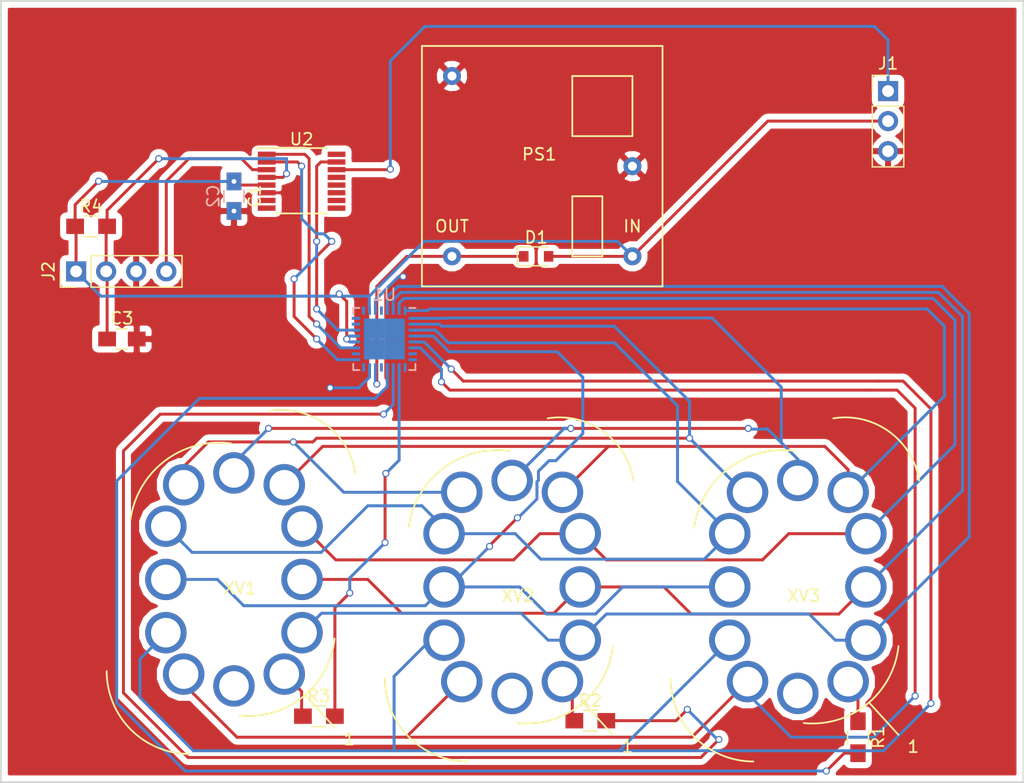
<source format=kicad_pcb>
(kicad_pcb (version 4) (host pcbnew 4.0.7)

  (general
    (links 65)
    (no_connects 0)
    (area 38.024999 62.154999 124.535001 128.345001)
    (thickness 1.6)
    (drawings 4)
    (tracks 342)
    (zones 0)
    (modules 16)
    (nets 47)
  )

  (page USLetter)
  (layers
    (0 F.Cu signal)
    (31 B.Cu signal)
    (32 B.Adhes user)
    (33 F.Adhes user)
    (34 B.Paste user)
    (35 F.Paste user)
    (36 B.SilkS user)
    (37 F.SilkS user)
    (38 B.Mask user)
    (39 F.Mask user)
    (40 Dwgs.User user)
    (41 Cmts.User user)
    (42 Eco1.User user)
    (43 Eco2.User user)
    (44 Edge.Cuts user)
    (45 Margin user)
    (46 B.CrtYd user)
    (47 F.CrtYd user)
    (48 B.Fab user)
    (49 F.Fab user)
  )

  (setup
    (last_trace_width 0.25)
    (trace_clearance 0.2)
    (zone_clearance 0.508)
    (zone_45_only no)
    (trace_min 0.2)
    (segment_width 0.2)
    (edge_width 0.15)
    (via_size 0.6)
    (via_drill 0.4)
    (via_min_size 0.3)
    (via_min_drill 0.3)
    (uvia_size 0.3)
    (uvia_drill 0.1)
    (uvias_allowed no)
    (uvia_min_size 0.3)
    (uvia_min_drill 0.1)
    (pcb_text_width 0.3)
    (pcb_text_size 1.5 1.5)
    (mod_edge_width 0.15)
    (mod_text_size 1 1)
    (mod_text_width 0.15)
    (pad_size 1.524 1.524)
    (pad_drill 0.762)
    (pad_to_mask_clearance 0.1)
    (aux_axis_origin 38.1 62.23)
    (visible_elements 7FFFFFFF)
    (pcbplotparams
      (layerselection 0x010fc_80000001)
      (usegerberextensions true)
      (excludeedgelayer true)
      (linewidth 0.100000)
      (plotframeref false)
      (viasonmask false)
      (mode 1)
      (useauxorigin false)
      (hpglpennumber 1)
      (hpglpenspeed 20)
      (hpglpendiameter 15)
      (hpglpenoverlay 2)
      (psnegative false)
      (psa4output false)
      (plotreference true)
      (plotvalue true)
      (plotinvisibletext false)
      (padsonsilk false)
      (subtractmaskfromsilk false)
      (outputformat 1)
      (mirror false)
      (drillshape 0)
      (scaleselection 1)
      (outputdirectory gerbers/))
  )

  (net 0 "")
  (net 1 VBAT)
  (net 2 Earth)
  (net 3 RST)
  (net 4 VPP)
  (net 5 KEY)
  (net 6 TEST)
  (net 7 "Net-(R1-Pad1)")
  (net 8 "Net-(R1-Pad2)")
  (net 9 "Net-(R2-Pad1)")
  (net 10 "Net-(R2-Pad2)")
  (net 11 "Net-(R3-Pad1)")
  (net 12 "Net-(R3-Pad2)")
  (net 13 /if_6)
  (net 14 /if_5)
  (net 15 /if_4)
  (net 16 /if_3)
  (net 17 /if_2)
  (net 18 /if_1)
  (net 19 "Net-(U1-Pad7)")
  (net 20 "Net-(U1-Pad8)")
  (net 21 "Net-(U1-Pad9)")
  (net 22 "Net-(U1-Pad13)")
  (net 23 "Net-(U1-Pad16)")
  (net 24 "Net-(U1-Pad17)")
  (net 25 "Net-(U1-Pad18)")
  (net 26 "Net-(U1-Pad19)")
  (net 27 "Net-(U1-Pad22)")
  (net 28 "Net-(U1-Pad23)")
  (net 29 "Net-(U1-Pad24)")
  (net 30 "Net-(U1-Pad25)")
  (net 31 "Net-(U1-Pad28)")
  (net 32 /if_0)
  (net 33 /if_9)
  (net 34 /if_8)
  (net 35 /if_7)
  (net 36 "Net-(U2-Pad7)")
  (net 37 "Net-(U2-Pad8)")
  (net 38 "Net-(U2-Pad9)")
  (net 39 "Net-(U2-Pad10)")
  (net 40 "Net-(U2-Pad11)")
  (net 41 "Net-(U2-Pad12)")
  (net 42 "Net-(U2-Pad13)")
  (net 43 "Net-(U2-Pad16)")
  (net 44 "Net-(XV1-Pad12)")
  (net 45 "Net-(XV2-Pad12)")
  (net 46 "Net-(XV3-Pad12)")

  (net_class Default "This is the default net class."
    (clearance 0.2)
    (trace_width 0.25)
    (via_dia 0.6)
    (via_drill 0.4)
    (uvia_dia 0.3)
    (uvia_drill 0.1)
    (add_net /if_0)
    (add_net /if_1)
    (add_net /if_2)
    (add_net /if_3)
    (add_net /if_4)
    (add_net /if_5)
    (add_net /if_6)
    (add_net /if_7)
    (add_net /if_8)
    (add_net /if_9)
    (add_net Earth)
    (add_net KEY)
    (add_net "Net-(R1-Pad1)")
    (add_net "Net-(R1-Pad2)")
    (add_net "Net-(R2-Pad1)")
    (add_net "Net-(R2-Pad2)")
    (add_net "Net-(R3-Pad1)")
    (add_net "Net-(R3-Pad2)")
    (add_net "Net-(U1-Pad13)")
    (add_net "Net-(U1-Pad16)")
    (add_net "Net-(U1-Pad17)")
    (add_net "Net-(U1-Pad18)")
    (add_net "Net-(U1-Pad19)")
    (add_net "Net-(U1-Pad22)")
    (add_net "Net-(U1-Pad23)")
    (add_net "Net-(U1-Pad24)")
    (add_net "Net-(U1-Pad25)")
    (add_net "Net-(U1-Pad28)")
    (add_net "Net-(U1-Pad7)")
    (add_net "Net-(U1-Pad8)")
    (add_net "Net-(U1-Pad9)")
    (add_net "Net-(U2-Pad10)")
    (add_net "Net-(U2-Pad11)")
    (add_net "Net-(U2-Pad12)")
    (add_net "Net-(U2-Pad13)")
    (add_net "Net-(U2-Pad16)")
    (add_net "Net-(U2-Pad7)")
    (add_net "Net-(U2-Pad8)")
    (add_net "Net-(U2-Pad9)")
    (add_net "Net-(XV1-Pad12)")
    (add_net "Net-(XV2-Pad12)")
    (add_net "Net-(XV3-Pad12)")
    (add_net RST)
    (add_net TEST)
    (add_net VBAT)
    (add_net VPP)
  )

  (module Capacitors_SMD:C_0805_HandSoldering (layer F.Cu) (tedit 58AA84A8) (tstamp 59CDD598)
    (at 57.785 78.74 270)
    (descr "Capacitor SMD 0805, hand soldering")
    (tags "capacitor 0805")
    (path /59CD816B)
    (attr smd)
    (fp_text reference C1 (at 0 -1.75 270) (layer F.SilkS)
      (effects (font (size 1 1) (thickness 0.15)))
    )
    (fp_text value "1 uF" (at 0 1.75 270) (layer F.Fab)
      (effects (font (size 1 1) (thickness 0.15)))
    )
    (fp_text user %R (at 0 -1.75 270) (layer F.Fab)
      (effects (font (size 1 1) (thickness 0.15)))
    )
    (fp_line (start -1 0.62) (end -1 -0.62) (layer F.Fab) (width 0.1))
    (fp_line (start 1 0.62) (end -1 0.62) (layer F.Fab) (width 0.1))
    (fp_line (start 1 -0.62) (end 1 0.62) (layer F.Fab) (width 0.1))
    (fp_line (start -1 -0.62) (end 1 -0.62) (layer F.Fab) (width 0.1))
    (fp_line (start 0.5 -0.85) (end -0.5 -0.85) (layer F.SilkS) (width 0.12))
    (fp_line (start -0.5 0.85) (end 0.5 0.85) (layer F.SilkS) (width 0.12))
    (fp_line (start -2.25 -0.88) (end 2.25 -0.88) (layer F.CrtYd) (width 0.05))
    (fp_line (start -2.25 -0.88) (end -2.25 0.87) (layer F.CrtYd) (width 0.05))
    (fp_line (start 2.25 0.87) (end 2.25 -0.88) (layer F.CrtYd) (width 0.05))
    (fp_line (start 2.25 0.87) (end -2.25 0.87) (layer F.CrtYd) (width 0.05))
    (pad 1 smd rect (at -1.25 0 270) (size 1.5 1.25) (layers F.Cu F.Paste F.Mask)
      (net 1 VBAT))
    (pad 2 smd rect (at 1.25 0 270) (size 1.5 1.25) (layers F.Cu F.Paste F.Mask)
      (net 2 Earth))
    (model Capacitors_SMD.3dshapes/C_0805.wrl
      (at (xyz 0 0 0))
      (scale (xyz 1 1 1))
      (rotate (xyz 0 0 0))
    )
  )

  (module Capacitors_SMD:C_0805_HandSoldering (layer B.Cu) (tedit 58AA84A8) (tstamp 59CDD59E)
    (at 57.785 78.74 270)
    (descr "Capacitor SMD 0805, hand soldering")
    (tags "capacitor 0805")
    (path /59CD811C)
    (attr smd)
    (fp_text reference C2 (at 0 1.75 270) (layer B.SilkS)
      (effects (font (size 1 1) (thickness 0.15)) (justify mirror))
    )
    (fp_text value "100 nF" (at 0 -1.75 270) (layer B.Fab)
      (effects (font (size 1 1) (thickness 0.15)) (justify mirror))
    )
    (fp_text user %R (at 0 1.75 270) (layer B.Fab)
      (effects (font (size 1 1) (thickness 0.15)) (justify mirror))
    )
    (fp_line (start -1 -0.62) (end -1 0.62) (layer B.Fab) (width 0.1))
    (fp_line (start 1 -0.62) (end -1 -0.62) (layer B.Fab) (width 0.1))
    (fp_line (start 1 0.62) (end 1 -0.62) (layer B.Fab) (width 0.1))
    (fp_line (start -1 0.62) (end 1 0.62) (layer B.Fab) (width 0.1))
    (fp_line (start 0.5 0.85) (end -0.5 0.85) (layer B.SilkS) (width 0.12))
    (fp_line (start -0.5 -0.85) (end 0.5 -0.85) (layer B.SilkS) (width 0.12))
    (fp_line (start -2.25 0.88) (end 2.25 0.88) (layer B.CrtYd) (width 0.05))
    (fp_line (start -2.25 0.88) (end -2.25 -0.87) (layer B.CrtYd) (width 0.05))
    (fp_line (start 2.25 -0.87) (end 2.25 0.88) (layer B.CrtYd) (width 0.05))
    (fp_line (start 2.25 -0.87) (end -2.25 -0.87) (layer B.CrtYd) (width 0.05))
    (pad 1 smd rect (at -1.25 0 270) (size 1.5 1.25) (layers B.Cu B.Paste B.Mask)
      (net 1 VBAT))
    (pad 2 smd rect (at 1.25 0 270) (size 1.5 1.25) (layers B.Cu B.Paste B.Mask)
      (net 2 Earth))
    (model Capacitors_SMD.3dshapes/C_0805.wrl
      (at (xyz 0 0 0))
      (scale (xyz 1 1 1))
      (rotate (xyz 0 0 0))
    )
  )

  (module Capacitors_SMD:C_0805_HandSoldering (layer F.Cu) (tedit 58AA84A8) (tstamp 59CDD5A4)
    (at 48.3235 90.805)
    (descr "Capacitor SMD 0805, hand soldering")
    (tags "capacitor 0805")
    (path /59CD87C7)
    (attr smd)
    (fp_text reference C3 (at 0 -1.75) (layer F.SilkS)
      (effects (font (size 1 1) (thickness 0.15)))
    )
    (fp_text value "1 nF" (at 0 1.75) (layer F.Fab)
      (effects (font (size 1 1) (thickness 0.15)))
    )
    (fp_text user %R (at 0 -1.75) (layer F.Fab)
      (effects (font (size 1 1) (thickness 0.15)))
    )
    (fp_line (start -1 0.62) (end -1 -0.62) (layer F.Fab) (width 0.1))
    (fp_line (start 1 0.62) (end -1 0.62) (layer F.Fab) (width 0.1))
    (fp_line (start 1 -0.62) (end 1 0.62) (layer F.Fab) (width 0.1))
    (fp_line (start -1 -0.62) (end 1 -0.62) (layer F.Fab) (width 0.1))
    (fp_line (start 0.5 -0.85) (end -0.5 -0.85) (layer F.SilkS) (width 0.12))
    (fp_line (start -0.5 0.85) (end 0.5 0.85) (layer F.SilkS) (width 0.12))
    (fp_line (start -2.25 -0.88) (end 2.25 -0.88) (layer F.CrtYd) (width 0.05))
    (fp_line (start -2.25 -0.88) (end -2.25 0.87) (layer F.CrtYd) (width 0.05))
    (fp_line (start 2.25 0.87) (end 2.25 -0.88) (layer F.CrtYd) (width 0.05))
    (fp_line (start 2.25 0.87) (end -2.25 0.87) (layer F.CrtYd) (width 0.05))
    (pad 1 smd rect (at -1.25 0) (size 1.5 1.25) (layers F.Cu F.Paste F.Mask)
      (net 3 RST))
    (pad 2 smd rect (at 1.25 0) (size 1.5 1.25) (layers F.Cu F.Paste F.Mask)
      (net 2 Earth))
    (model Capacitors_SMD.3dshapes/C_0805.wrl
      (at (xyz 0 0 0))
      (scale (xyz 1 1 1))
      (rotate (xyz 0 0 0))
    )
  )

  (module Diodes_SMD:D_0805 (layer F.Cu) (tedit 590CE9A4) (tstamp 59CDD5AA)
    (at 83.312 83.82)
    (descr "Diode SMD in 0805 package http://datasheets.avx.com/schottky.pdf")
    (tags "smd diode")
    (path /59CD784F)
    (attr smd)
    (fp_text reference D1 (at 0 -1.6) (layer F.SilkS)
      (effects (font (size 1 1) (thickness 0.15)))
    )
    (fp_text value D (at 0 1.7) (layer F.Fab)
      (effects (font (size 1 1) (thickness 0.15)))
    )
    (fp_text user %R (at 0 -1.6) (layer F.Fab)
      (effects (font (size 1 1) (thickness 0.15)))
    )
    (fp_line (start -1.6 -0.8) (end -1.6 0.8) (layer F.SilkS) (width 0.12))
    (fp_line (start -1.7 0.88) (end -1.7 -0.88) (layer F.CrtYd) (width 0.05))
    (fp_line (start 1.7 0.88) (end -1.7 0.88) (layer F.CrtYd) (width 0.05))
    (fp_line (start 1.7 -0.88) (end 1.7 0.88) (layer F.CrtYd) (width 0.05))
    (fp_line (start -1.7 -0.88) (end 1.7 -0.88) (layer F.CrtYd) (width 0.05))
    (fp_line (start 0.2 0) (end 0.4 0) (layer F.Fab) (width 0.1))
    (fp_line (start -0.1 0) (end -0.3 0) (layer F.Fab) (width 0.1))
    (fp_line (start -0.1 -0.2) (end -0.1 0.2) (layer F.Fab) (width 0.1))
    (fp_line (start 0.2 0.2) (end 0.2 -0.2) (layer F.Fab) (width 0.1))
    (fp_line (start -0.1 0) (end 0.2 0.2) (layer F.Fab) (width 0.1))
    (fp_line (start 0.2 -0.2) (end -0.1 0) (layer F.Fab) (width 0.1))
    (fp_line (start -1 0.65) (end -1 -0.65) (layer F.Fab) (width 0.1))
    (fp_line (start 1 0.65) (end -1 0.65) (layer F.Fab) (width 0.1))
    (fp_line (start 1 -0.65) (end 1 0.65) (layer F.Fab) (width 0.1))
    (fp_line (start -1 -0.65) (end 1 -0.65) (layer F.Fab) (width 0.1))
    (fp_line (start -1.6 0.8) (end 1 0.8) (layer F.SilkS) (width 0.12))
    (fp_line (start -1.6 -0.8) (end 1 -0.8) (layer F.SilkS) (width 0.12))
    (pad 1 smd rect (at -1.05 0) (size 0.8 0.9) (layers F.Cu F.Paste F.Mask)
      (net 4 VPP))
    (pad 2 smd rect (at 1.05 0) (size 0.8 0.9) (layers F.Cu F.Paste F.Mask)
      (net 1 VBAT))
    (model ${KISYS3DMOD}/Diodes_SMD.3dshapes/D_0805.wrl
      (at (xyz 0 0 0))
      (scale (xyz 1 1 1))
      (rotate (xyz 0 0 0))
    )
  )

  (module Pin_Headers:Pin_Header_Straight_1x03_Pitch2.54mm (layer F.Cu) (tedit 59650532) (tstamp 59CDD5B1)
    (at 113.03 69.85)
    (descr "Through hole straight pin header, 1x03, 2.54mm pitch, single row")
    (tags "Through hole pin header THT 1x03 2.54mm single row")
    (path /59CDCCD0)
    (fp_text reference J1 (at 0 -2.33) (layer F.SilkS)
      (effects (font (size 1 1) (thickness 0.15)))
    )
    (fp_text value BATTERY (at 0 7.41) (layer F.Fab)
      (effects (font (size 1 1) (thickness 0.15)))
    )
    (fp_line (start -0.635 -1.27) (end 1.27 -1.27) (layer F.Fab) (width 0.1))
    (fp_line (start 1.27 -1.27) (end 1.27 6.35) (layer F.Fab) (width 0.1))
    (fp_line (start 1.27 6.35) (end -1.27 6.35) (layer F.Fab) (width 0.1))
    (fp_line (start -1.27 6.35) (end -1.27 -0.635) (layer F.Fab) (width 0.1))
    (fp_line (start -1.27 -0.635) (end -0.635 -1.27) (layer F.Fab) (width 0.1))
    (fp_line (start -1.33 6.41) (end 1.33 6.41) (layer F.SilkS) (width 0.12))
    (fp_line (start -1.33 1.27) (end -1.33 6.41) (layer F.SilkS) (width 0.12))
    (fp_line (start 1.33 1.27) (end 1.33 6.41) (layer F.SilkS) (width 0.12))
    (fp_line (start -1.33 1.27) (end 1.33 1.27) (layer F.SilkS) (width 0.12))
    (fp_line (start -1.33 0) (end -1.33 -1.33) (layer F.SilkS) (width 0.12))
    (fp_line (start -1.33 -1.33) (end 0 -1.33) (layer F.SilkS) (width 0.12))
    (fp_line (start -1.8 -1.8) (end -1.8 6.85) (layer F.CrtYd) (width 0.05))
    (fp_line (start -1.8 6.85) (end 1.8 6.85) (layer F.CrtYd) (width 0.05))
    (fp_line (start 1.8 6.85) (end 1.8 -1.8) (layer F.CrtYd) (width 0.05))
    (fp_line (start 1.8 -1.8) (end -1.8 -1.8) (layer F.CrtYd) (width 0.05))
    (fp_text user %R (at 0 2.54 90) (layer F.Fab)
      (effects (font (size 1 1) (thickness 0.15)))
    )
    (pad 1 thru_hole rect (at 0 0) (size 1.7 1.7) (drill 1) (layers *.Cu *.Mask)
      (net 5 KEY))
    (pad 2 thru_hole oval (at 0 2.54) (size 1.7 1.7) (drill 1) (layers *.Cu *.Mask)
      (net 1 VBAT))
    (pad 3 thru_hole oval (at 0 5.08) (size 1.7 1.7) (drill 1) (layers *.Cu *.Mask)
      (net 2 Earth))
    (model ${KISYS3DMOD}/Pin_Headers.3dshapes/Pin_Header_Straight_1x03_Pitch2.54mm.wrl
      (at (xyz 0 0 0))
      (scale (xyz 1 1 1))
      (rotate (xyz 0 0 0))
    )
  )

  (module Pin_Headers:Pin_Header_Straight_1x04_Pitch2.54mm (layer F.Cu) (tedit 59650532) (tstamp 59CDD5B9)
    (at 44.45 85.09 90)
    (descr "Through hole straight pin header, 1x04, 2.54mm pitch, single row")
    (tags "Through hole pin header THT 1x04 2.54mm single row")
    (path /59CDCAD1)
    (fp_text reference J2 (at 0 -2.33 90) (layer F.SilkS)
      (effects (font (size 1 1) (thickness 0.15)))
    )
    (fp_text value JTAG (at 0 9.95 90) (layer F.Fab)
      (effects (font (size 1 1) (thickness 0.15)))
    )
    (fp_line (start -0.635 -1.27) (end 1.27 -1.27) (layer F.Fab) (width 0.1))
    (fp_line (start 1.27 -1.27) (end 1.27 8.89) (layer F.Fab) (width 0.1))
    (fp_line (start 1.27 8.89) (end -1.27 8.89) (layer F.Fab) (width 0.1))
    (fp_line (start -1.27 8.89) (end -1.27 -0.635) (layer F.Fab) (width 0.1))
    (fp_line (start -1.27 -0.635) (end -0.635 -1.27) (layer F.Fab) (width 0.1))
    (fp_line (start -1.33 8.95) (end 1.33 8.95) (layer F.SilkS) (width 0.12))
    (fp_line (start -1.33 1.27) (end -1.33 8.95) (layer F.SilkS) (width 0.12))
    (fp_line (start 1.33 1.27) (end 1.33 8.95) (layer F.SilkS) (width 0.12))
    (fp_line (start -1.33 1.27) (end 1.33 1.27) (layer F.SilkS) (width 0.12))
    (fp_line (start -1.33 0) (end -1.33 -1.33) (layer F.SilkS) (width 0.12))
    (fp_line (start -1.33 -1.33) (end 0 -1.33) (layer F.SilkS) (width 0.12))
    (fp_line (start -1.8 -1.8) (end -1.8 9.4) (layer F.CrtYd) (width 0.05))
    (fp_line (start -1.8 9.4) (end 1.8 9.4) (layer F.CrtYd) (width 0.05))
    (fp_line (start 1.8 9.4) (end 1.8 -1.8) (layer F.CrtYd) (width 0.05))
    (fp_line (start 1.8 -1.8) (end -1.8 -1.8) (layer F.CrtYd) (width 0.05))
    (fp_text user %R (at 0 3.81 180) (layer F.Fab)
      (effects (font (size 1 1) (thickness 0.15)))
    )
    (pad 1 thru_hole rect (at 0 0 90) (size 1.7 1.7) (drill 1) (layers *.Cu *.Mask)
      (net 1 VBAT))
    (pad 2 thru_hole oval (at 0 2.54 90) (size 1.7 1.7) (drill 1) (layers *.Cu *.Mask)
      (net 3 RST))
    (pad 3 thru_hole oval (at 0 5.08 90) (size 1.7 1.7) (drill 1) (layers *.Cu *.Mask)
      (net 2 Earth))
    (pad 4 thru_hole oval (at 0 7.62 90) (size 1.7 1.7) (drill 1) (layers *.Cu *.Mask)
      (net 6 TEST))
    (model ${KISYS3DMOD}/Pin_Headers.3dshapes/Pin_Header_Straight_1x04_Pitch2.54mm.wrl
      (at (xyz 0 0 0))
      (scale (xyz 1 1 1))
      (rotate (xyz 0 0 0))
    )
  )

  (module halloween:NCH8200HV (layer F.Cu) (tedit 59CDD491) (tstamp 59CDD5CF)
    (at 83.82 76.2 180)
    (path /59CD53DF)
    (fp_text reference PS1 (at 0.25 1 180) (layer F.SilkS)
      (effects (font (size 1 1) (thickness 0.15)))
    )
    (fp_text value NCH8200HV (at 0 -0.5 180) (layer F.Fab)
      (effects (font (size 1 1) (thickness 0.15)))
    )
    (fp_text user OUT (at 7.62 -5.08 180) (layer F.SilkS)
      (effects (font (size 1 1) (thickness 0.15)))
    )
    (fp_text user IN (at -7.62 -5.08 180) (layer F.SilkS)
      (effects (font (size 1 1) (thickness 0.15)))
    )
    (fp_line (start -7.62 2.54) (end -7.62 7.62) (layer F.SilkS) (width 0.15))
    (fp_line (start -7.62 7.62) (end -2.54 7.62) (layer F.SilkS) (width 0.15))
    (fp_line (start -2.54 7.62) (end -2.54 2.54) (layer F.SilkS) (width 0.15))
    (fp_line (start -2.54 2.54) (end -7.62 2.54) (layer F.SilkS) (width 0.15))
    (fp_line (start -5.08 -7.62) (end -5.08 -2.54) (layer F.SilkS) (width 0.15))
    (fp_line (start -5.08 -2.54) (end -2.54 -2.54) (layer F.SilkS) (width 0.15))
    (fp_line (start -2.54 -2.54) (end -2.54 -7.62) (layer F.SilkS) (width 0.15))
    (fp_line (start -2.54 -7.62) (end -5.08 -7.62) (layer F.SilkS) (width 0.15))
    (fp_line (start -10.16 -10.16) (end 10.16 -10.16) (layer F.SilkS) (width 0.15))
    (fp_line (start 10.16 -10.16) (end 10.16 10.16) (layer F.SilkS) (width 0.15))
    (fp_line (start 10.16 10.16) (end -10.16 10.16) (layer F.SilkS) (width 0.15))
    (fp_line (start -10.16 10.16) (end -10.16 -10.16) (layer F.SilkS) (width 0.15))
    (pad 1 thru_hole circle (at -7.62 -7.62 180) (size 1.524 1.524) (drill 0.762) (layers *.Cu *.Mask)
      (net 1 VBAT))
    (pad 2 thru_hole circle (at -7.62 0 180) (size 1.524 1.524) (drill 0.762) (layers *.Cu *.Mask)
      (net 2 Earth))
    (pad 3 thru_hole circle (at 7.62 7.62 180) (size 1.524 1.524) (drill 0.762) (layers *.Cu *.Mask)
      (net 2 Earth))
    (pad 4 thru_hole circle (at 7.62 -7.62 180) (size 1.524 1.524) (drill 0.762) (layers *.Cu *.Mask)
      (net 4 VPP))
  )

  (module Resistors_SMD:R_0805_HandSoldering (layer F.Cu) (tedit 58E0A804) (tstamp 59CDD5D5)
    (at 110.49 124.46 270)
    (descr "Resistor SMD 0805, hand soldering")
    (tags "resistor 0805")
    (path /59CD6BC9)
    (attr smd)
    (fp_text reference R1 (at 0 -1.7 270) (layer F.SilkS)
      (effects (font (size 1 1) (thickness 0.15)))
    )
    (fp_text value "44 k" (at 0 1.75 270) (layer F.Fab)
      (effects (font (size 1 1) (thickness 0.15)))
    )
    (fp_text user %R (at 0 0 270) (layer F.Fab)
      (effects (font (size 0.5 0.5) (thickness 0.075)))
    )
    (fp_line (start -1 0.62) (end -1 -0.62) (layer F.Fab) (width 0.1))
    (fp_line (start 1 0.62) (end -1 0.62) (layer F.Fab) (width 0.1))
    (fp_line (start 1 -0.62) (end 1 0.62) (layer F.Fab) (width 0.1))
    (fp_line (start -1 -0.62) (end 1 -0.62) (layer F.Fab) (width 0.1))
    (fp_line (start 0.6 0.88) (end -0.6 0.88) (layer F.SilkS) (width 0.12))
    (fp_line (start -0.6 -0.88) (end 0.6 -0.88) (layer F.SilkS) (width 0.12))
    (fp_line (start -2.35 -0.9) (end 2.35 -0.9) (layer F.CrtYd) (width 0.05))
    (fp_line (start -2.35 -0.9) (end -2.35 0.9) (layer F.CrtYd) (width 0.05))
    (fp_line (start 2.35 0.9) (end 2.35 -0.9) (layer F.CrtYd) (width 0.05))
    (fp_line (start 2.35 0.9) (end -2.35 0.9) (layer F.CrtYd) (width 0.05))
    (pad 1 smd rect (at -1.35 0 270) (size 1.5 1.3) (layers F.Cu F.Paste F.Mask)
      (net 7 "Net-(R1-Pad1)"))
    (pad 2 smd rect (at 1.35 0 270) (size 1.5 1.3) (layers F.Cu F.Paste F.Mask)
      (net 8 "Net-(R1-Pad2)"))
    (model ${KISYS3DMOD}/Resistors_SMD.3dshapes/R_0805.wrl
      (at (xyz 0 0 0))
      (scale (xyz 1 1 1))
      (rotate (xyz 0 0 0))
    )
  )

  (module Resistors_SMD:R_0805_HandSoldering (layer F.Cu) (tedit 58E0A804) (tstamp 59CDD5DB)
    (at 87.884 123.063)
    (descr "Resistor SMD 0805, hand soldering")
    (tags "resistor 0805")
    (path /59CD6B7A)
    (attr smd)
    (fp_text reference R2 (at 0 -1.7) (layer F.SilkS)
      (effects (font (size 1 1) (thickness 0.15)))
    )
    (fp_text value "44 k" (at 0 1.75) (layer F.Fab)
      (effects (font (size 1 1) (thickness 0.15)))
    )
    (fp_text user %R (at 0 0) (layer F.Fab)
      (effects (font (size 0.5 0.5) (thickness 0.075)))
    )
    (fp_line (start -1 0.62) (end -1 -0.62) (layer F.Fab) (width 0.1))
    (fp_line (start 1 0.62) (end -1 0.62) (layer F.Fab) (width 0.1))
    (fp_line (start 1 -0.62) (end 1 0.62) (layer F.Fab) (width 0.1))
    (fp_line (start -1 -0.62) (end 1 -0.62) (layer F.Fab) (width 0.1))
    (fp_line (start 0.6 0.88) (end -0.6 0.88) (layer F.SilkS) (width 0.12))
    (fp_line (start -0.6 -0.88) (end 0.6 -0.88) (layer F.SilkS) (width 0.12))
    (fp_line (start -2.35 -0.9) (end 2.35 -0.9) (layer F.CrtYd) (width 0.05))
    (fp_line (start -2.35 -0.9) (end -2.35 0.9) (layer F.CrtYd) (width 0.05))
    (fp_line (start 2.35 0.9) (end 2.35 -0.9) (layer F.CrtYd) (width 0.05))
    (fp_line (start 2.35 0.9) (end -2.35 0.9) (layer F.CrtYd) (width 0.05))
    (pad 1 smd rect (at -1.35 0) (size 1.5 1.3) (layers F.Cu F.Paste F.Mask)
      (net 9 "Net-(R2-Pad1)"))
    (pad 2 smd rect (at 1.35 0) (size 1.5 1.3) (layers F.Cu F.Paste F.Mask)
      (net 10 "Net-(R2-Pad2)"))
    (model ${KISYS3DMOD}/Resistors_SMD.3dshapes/R_0805.wrl
      (at (xyz 0 0 0))
      (scale (xyz 1 1 1))
      (rotate (xyz 0 0 0))
    )
  )

  (module Resistors_SMD:R_0805_HandSoldering (layer F.Cu) (tedit 58E0A804) (tstamp 59CDD5E1)
    (at 64.9605 122.682)
    (descr "Resistor SMD 0805, hand soldering")
    (tags "resistor 0805")
    (path /59CD6B0B)
    (attr smd)
    (fp_text reference R3 (at 0 -1.7) (layer F.SilkS)
      (effects (font (size 1 1) (thickness 0.15)))
    )
    (fp_text value "44 k" (at 0 1.75) (layer F.Fab)
      (effects (font (size 1 1) (thickness 0.15)))
    )
    (fp_text user %R (at 0 0) (layer F.Fab)
      (effects (font (size 0.5 0.5) (thickness 0.075)))
    )
    (fp_line (start -1 0.62) (end -1 -0.62) (layer F.Fab) (width 0.1))
    (fp_line (start 1 0.62) (end -1 0.62) (layer F.Fab) (width 0.1))
    (fp_line (start 1 -0.62) (end 1 0.62) (layer F.Fab) (width 0.1))
    (fp_line (start -1 -0.62) (end 1 -0.62) (layer F.Fab) (width 0.1))
    (fp_line (start 0.6 0.88) (end -0.6 0.88) (layer F.SilkS) (width 0.12))
    (fp_line (start -0.6 -0.88) (end 0.6 -0.88) (layer F.SilkS) (width 0.12))
    (fp_line (start -2.35 -0.9) (end 2.35 -0.9) (layer F.CrtYd) (width 0.05))
    (fp_line (start -2.35 -0.9) (end -2.35 0.9) (layer F.CrtYd) (width 0.05))
    (fp_line (start 2.35 0.9) (end 2.35 -0.9) (layer F.CrtYd) (width 0.05))
    (fp_line (start 2.35 0.9) (end -2.35 0.9) (layer F.CrtYd) (width 0.05))
    (pad 1 smd rect (at -1.35 0) (size 1.5 1.3) (layers F.Cu F.Paste F.Mask)
      (net 11 "Net-(R3-Pad1)"))
    (pad 2 smd rect (at 1.35 0) (size 1.5 1.3) (layers F.Cu F.Paste F.Mask)
      (net 12 "Net-(R3-Pad2)"))
    (model ${KISYS3DMOD}/Resistors_SMD.3dshapes/R_0805.wrl
      (at (xyz 0 0 0))
      (scale (xyz 1 1 1))
      (rotate (xyz 0 0 0))
    )
  )

  (module Resistors_SMD:R_0805_HandSoldering (layer F.Cu) (tedit 58E0A804) (tstamp 59CDD5E7)
    (at 45.72 81.28)
    (descr "Resistor SMD 0805, hand soldering")
    (tags "resistor 0805")
    (path /59CD8A26)
    (attr smd)
    (fp_text reference R4 (at 0 -1.7) (layer F.SilkS)
      (effects (font (size 1 1) (thickness 0.15)))
    )
    (fp_text value "47 k" (at 0 1.75) (layer F.Fab)
      (effects (font (size 1 1) (thickness 0.15)))
    )
    (fp_text user %R (at 0 0) (layer F.Fab)
      (effects (font (size 0.5 0.5) (thickness 0.075)))
    )
    (fp_line (start -1 0.62) (end -1 -0.62) (layer F.Fab) (width 0.1))
    (fp_line (start 1 0.62) (end -1 0.62) (layer F.Fab) (width 0.1))
    (fp_line (start 1 -0.62) (end 1 0.62) (layer F.Fab) (width 0.1))
    (fp_line (start -1 -0.62) (end 1 -0.62) (layer F.Fab) (width 0.1))
    (fp_line (start 0.6 0.88) (end -0.6 0.88) (layer F.SilkS) (width 0.12))
    (fp_line (start -0.6 -0.88) (end 0.6 -0.88) (layer F.SilkS) (width 0.12))
    (fp_line (start -2.35 -0.9) (end 2.35 -0.9) (layer F.CrtYd) (width 0.05))
    (fp_line (start -2.35 -0.9) (end -2.35 0.9) (layer F.CrtYd) (width 0.05))
    (fp_line (start 2.35 0.9) (end 2.35 -0.9) (layer F.CrtYd) (width 0.05))
    (fp_line (start 2.35 0.9) (end -2.35 0.9) (layer F.CrtYd) (width 0.05))
    (pad 1 smd rect (at -1.35 0) (size 1.5 1.3) (layers F.Cu F.Paste F.Mask)
      (net 1 VBAT))
    (pad 2 smd rect (at 1.35 0) (size 1.5 1.3) (layers F.Cu F.Paste F.Mask)
      (net 3 RST))
    (model ${KISYS3DMOD}/Resistors_SMD.3dshapes/R_0805.wrl
      (at (xyz 0 0 0))
      (scale (xyz 1 1 1))
      (rotate (xyz 0 0 0))
    )
  )

  (module Housings_DFN_QFN:QFN-32-1EP_5x5mm_Pitch0.5mm (layer B.Cu) (tedit 54130A77) (tstamp 59CDD60F)
    (at 70.485 90.805 180)
    (descr "UH Package; 32-Lead Plastic QFN (5mm x 5mm); (see Linear Technology QFN_32_05-08-1693.pdf)")
    (tags "QFN 0.5")
    (path /59CD4CF3)
    (attr smd)
    (fp_text reference U1 (at 0 3.75 180) (layer B.SilkS)
      (effects (font (size 1 1) (thickness 0.15)) (justify mirror))
    )
    (fp_text value HV509 (at 0 -3.75 180) (layer B.Fab)
      (effects (font (size 1 1) (thickness 0.15)) (justify mirror))
    )
    (fp_line (start -1.5 2.5) (end 2.5 2.5) (layer B.Fab) (width 0.15))
    (fp_line (start 2.5 2.5) (end 2.5 -2.5) (layer B.Fab) (width 0.15))
    (fp_line (start 2.5 -2.5) (end -2.5 -2.5) (layer B.Fab) (width 0.15))
    (fp_line (start -2.5 -2.5) (end -2.5 1.5) (layer B.Fab) (width 0.15))
    (fp_line (start -2.5 1.5) (end -1.5 2.5) (layer B.Fab) (width 0.15))
    (fp_line (start -3 3) (end -3 -3) (layer B.CrtYd) (width 0.05))
    (fp_line (start 3 3) (end 3 -3) (layer B.CrtYd) (width 0.05))
    (fp_line (start -3 3) (end 3 3) (layer B.CrtYd) (width 0.05))
    (fp_line (start -3 -3) (end 3 -3) (layer B.CrtYd) (width 0.05))
    (fp_line (start 2.625 2.625) (end 2.625 2.1) (layer B.SilkS) (width 0.15))
    (fp_line (start -2.625 -2.625) (end -2.625 -2.1) (layer B.SilkS) (width 0.15))
    (fp_line (start 2.625 -2.625) (end 2.625 -2.1) (layer B.SilkS) (width 0.15))
    (fp_line (start -2.625 2.625) (end -2.1 2.625) (layer B.SilkS) (width 0.15))
    (fp_line (start -2.625 -2.625) (end -2.1 -2.625) (layer B.SilkS) (width 0.15))
    (fp_line (start 2.625 -2.625) (end 2.1 -2.625) (layer B.SilkS) (width 0.15))
    (fp_line (start 2.625 2.625) (end 2.1 2.625) (layer B.SilkS) (width 0.15))
    (pad 1 smd rect (at -2.4 1.75 180) (size 0.7 0.25) (layers B.Cu B.Paste B.Mask)
      (net 13 /if_6))
    (pad 2 smd rect (at -2.4 1.25 180) (size 0.7 0.25) (layers B.Cu B.Paste B.Mask)
      (net 14 /if_5))
    (pad 3 smd rect (at -2.4 0.75 180) (size 0.7 0.25) (layers B.Cu B.Paste B.Mask)
      (net 15 /if_4))
    (pad 4 smd rect (at -2.4 0.25 180) (size 0.7 0.25) (layers B.Cu B.Paste B.Mask)
      (net 16 /if_3))
    (pad 5 smd rect (at -2.4 -0.25 180) (size 0.7 0.25) (layers B.Cu B.Paste B.Mask)
      (net 17 /if_2))
    (pad 6 smd rect (at -2.4 -0.75 180) (size 0.7 0.25) (layers B.Cu B.Paste B.Mask)
      (net 18 /if_1))
    (pad 7 smd rect (at -2.4 -1.25 180) (size 0.7 0.25) (layers B.Cu B.Paste B.Mask)
      (net 19 "Net-(U1-Pad7)"))
    (pad 8 smd rect (at -2.4 -1.75 180) (size 0.7 0.25) (layers B.Cu B.Paste B.Mask)
      (net 20 "Net-(U1-Pad8)"))
    (pad 9 smd rect (at -1.75 -2.4 90) (size 0.7 0.25) (layers B.Cu B.Paste B.Mask)
      (net 21 "Net-(U1-Pad9)"))
    (pad 10 smd rect (at -1.25 -2.4 90) (size 0.7 0.25) (layers B.Cu B.Paste B.Mask)
      (net 12 "Net-(R3-Pad2)"))
    (pad 11 smd rect (at -0.75 -2.4 90) (size 0.7 0.25) (layers B.Cu B.Paste B.Mask)
      (net 10 "Net-(R2-Pad2)"))
    (pad 12 smd rect (at -0.25 -2.4 90) (size 0.7 0.25) (layers B.Cu B.Paste B.Mask)
      (net 8 "Net-(R1-Pad2)"))
    (pad 13 smd rect (at 0.25 -2.4 90) (size 0.7 0.25) (layers B.Cu B.Paste B.Mask)
      (net 22 "Net-(U1-Pad13)"))
    (pad 14 smd rect (at 0.75 -2.4 90) (size 0.7 0.25) (layers B.Cu B.Paste B.Mask)
      (net 4 VPP))
    (pad 15 smd rect (at 1.25 -2.4 90) (size 0.7 0.25) (layers B.Cu B.Paste B.Mask)
      (net 2 Earth))
    (pad 16 smd rect (at 1.75 -2.4 90) (size 0.7 0.25) (layers B.Cu B.Paste B.Mask)
      (net 23 "Net-(U1-Pad16)"))
    (pad 17 smd rect (at 2.4 -1.75 180) (size 0.7 0.25) (layers B.Cu B.Paste B.Mask)
      (net 24 "Net-(U1-Pad17)"))
    (pad 18 smd rect (at 2.4 -1.25 180) (size 0.7 0.25) (layers B.Cu B.Paste B.Mask)
      (net 25 "Net-(U1-Pad18)"))
    (pad 19 smd rect (at 2.4 -0.75 180) (size 0.7 0.25) (layers B.Cu B.Paste B.Mask)
      (net 26 "Net-(U1-Pad19)"))
    (pad 20 smd rect (at 2.4 -0.25 180) (size 0.7 0.25) (layers B.Cu B.Paste B.Mask)
      (net 1 VBAT))
    (pad 21 smd rect (at 2.4 0.25 180) (size 0.7 0.25) (layers B.Cu B.Paste B.Mask)
      (net 1 VBAT))
    (pad 22 smd rect (at 2.4 0.75 180) (size 0.7 0.25) (layers B.Cu B.Paste B.Mask)
      (net 27 "Net-(U1-Pad22)"))
    (pad 23 smd rect (at 2.4 1.25 180) (size 0.7 0.25) (layers B.Cu B.Paste B.Mask)
      (net 28 "Net-(U1-Pad23)"))
    (pad 24 smd rect (at 2.4 1.75 180) (size 0.7 0.25) (layers B.Cu B.Paste B.Mask)
      (net 29 "Net-(U1-Pad24)"))
    (pad 25 smd rect (at 1.75 2.4 90) (size 0.7 0.25) (layers B.Cu B.Paste B.Mask)
      (net 30 "Net-(U1-Pad25)"))
    (pad 26 smd rect (at 1.25 2.4 90) (size 0.7 0.25) (layers B.Cu B.Paste B.Mask)
      (net 1 VBAT))
    (pad 27 smd rect (at 0.75 2.4 90) (size 0.7 0.25) (layers B.Cu B.Paste B.Mask)
      (net 2 Earth))
    (pad 28 smd rect (at 0.25 2.4 90) (size 0.7 0.25) (layers B.Cu B.Paste B.Mask)
      (net 31 "Net-(U1-Pad28)"))
    (pad 29 smd rect (at -0.25 2.4 90) (size 0.7 0.25) (layers B.Cu B.Paste B.Mask)
      (net 32 /if_0))
    (pad 30 smd rect (at -0.75 2.4 90) (size 0.7 0.25) (layers B.Cu B.Paste B.Mask)
      (net 33 /if_9))
    (pad 31 smd rect (at -1.25 2.4 90) (size 0.7 0.25) (layers B.Cu B.Paste B.Mask)
      (net 34 /if_8))
    (pad 32 smd rect (at -1.75 2.4 90) (size 0.7 0.25) (layers B.Cu B.Paste B.Mask)
      (net 35 /if_7))
    (pad 33 smd rect (at 0.8625 -0.8625 180) (size 1.725 1.725) (layers B.Cu B.Paste B.Mask)
      (solder_paste_margin_ratio -0.2))
    (pad 33 smd rect (at 0.8625 0.8625 180) (size 1.725 1.725) (layers B.Cu B.Paste B.Mask)
      (solder_paste_margin_ratio -0.2))
    (pad 33 smd rect (at -0.8625 -0.8625 180) (size 1.725 1.725) (layers B.Cu B.Paste B.Mask)
      (solder_paste_margin_ratio -0.2))
    (pad 33 smd rect (at -0.8625 0.8625 180) (size 1.725 1.725) (layers B.Cu B.Paste B.Mask)
      (solder_paste_margin_ratio -0.2))
    (model ${KISYS3DMOD}/Housings_DFN_QFN.3dshapes/QFN-32-1EP_5x5mm_Pitch0.5mm.wrl
      (at (xyz 0 0 0))
      (scale (xyz 1 1 1))
      (rotate (xyz 0 0 0))
    )
  )

  (module Housings_SSOP:TSSOP-16_4.4x5mm_Pitch0.65mm (layer F.Cu) (tedit 54130A77) (tstamp 59CDD623)
    (at 63.5 77.47)
    (descr "16-Lead Plastic Thin Shrink Small Outline (ST)-4.4 mm Body [TSSOP] (see Microchip Packaging Specification 00000049BS.pdf)")
    (tags "SSOP 0.65")
    (path /59CD45F3)
    (attr smd)
    (fp_text reference U2 (at 0 -3.55) (layer F.SilkS)
      (effects (font (size 1 1) (thickness 0.15)))
    )
    (fp_text value MSP430FR2100IPW (at 0 3.55) (layer F.Fab)
      (effects (font (size 1 1) (thickness 0.15)))
    )
    (fp_line (start -1.2 -2.5) (end 2.2 -2.5) (layer F.Fab) (width 0.15))
    (fp_line (start 2.2 -2.5) (end 2.2 2.5) (layer F.Fab) (width 0.15))
    (fp_line (start 2.2 2.5) (end -2.2 2.5) (layer F.Fab) (width 0.15))
    (fp_line (start -2.2 2.5) (end -2.2 -1.5) (layer F.Fab) (width 0.15))
    (fp_line (start -2.2 -1.5) (end -1.2 -2.5) (layer F.Fab) (width 0.15))
    (fp_line (start -3.95 -2.9) (end -3.95 2.8) (layer F.CrtYd) (width 0.05))
    (fp_line (start 3.95 -2.9) (end 3.95 2.8) (layer F.CrtYd) (width 0.05))
    (fp_line (start -3.95 -2.9) (end 3.95 -2.9) (layer F.CrtYd) (width 0.05))
    (fp_line (start -3.95 2.8) (end 3.95 2.8) (layer F.CrtYd) (width 0.05))
    (fp_line (start -2.2 2.725) (end 2.2 2.725) (layer F.SilkS) (width 0.15))
    (fp_line (start -3.775 -2.8) (end 2.2 -2.8) (layer F.SilkS) (width 0.15))
    (fp_text user %R (at 0 0) (layer F.Fab)
      (effects (font (size 0.8 0.8) (thickness 0.15)))
    )
    (pad 1 smd rect (at -2.95 -2.275) (size 1.5 0.45) (layers F.Cu F.Paste F.Mask)
      (net 26 "Net-(U1-Pad19)"))
    (pad 2 smd rect (at -2.95 -1.625) (size 1.5 0.45) (layers F.Cu F.Paste F.Mask)
      (net 27 "Net-(U1-Pad22)"))
    (pad 3 smd rect (at -2.95 -0.975) (size 1.5 0.45) (layers F.Cu F.Paste F.Mask)
      (net 6 TEST))
    (pad 4 smd rect (at -2.95 -0.325) (size 1.5 0.45) (layers F.Cu F.Paste F.Mask)
      (net 3 RST))
    (pad 5 smd rect (at -2.95 0.325) (size 1.5 0.45) (layers F.Cu F.Paste F.Mask)
      (net 1 VBAT))
    (pad 6 smd rect (at -2.95 0.975) (size 1.5 0.45) (layers F.Cu F.Paste F.Mask)
      (net 2 Earth))
    (pad 7 smd rect (at -2.95 1.625) (size 1.5 0.45) (layers F.Cu F.Paste F.Mask)
      (net 36 "Net-(U2-Pad7)"))
    (pad 8 smd rect (at -2.95 2.275) (size 1.5 0.45) (layers F.Cu F.Paste F.Mask)
      (net 37 "Net-(U2-Pad8)"))
    (pad 9 smd rect (at 2.95 2.275) (size 1.5 0.45) (layers F.Cu F.Paste F.Mask)
      (net 38 "Net-(U2-Pad9)"))
    (pad 10 smd rect (at 2.95 1.625) (size 1.5 0.45) (layers F.Cu F.Paste F.Mask)
      (net 39 "Net-(U2-Pad10)"))
    (pad 11 smd rect (at 2.95 0.975) (size 1.5 0.45) (layers F.Cu F.Paste F.Mask)
      (net 40 "Net-(U2-Pad11)"))
    (pad 12 smd rect (at 2.95 0.325) (size 1.5 0.45) (layers F.Cu F.Paste F.Mask)
      (net 41 "Net-(U2-Pad12)"))
    (pad 13 smd rect (at 2.95 -0.325) (size 1.5 0.45) (layers F.Cu F.Paste F.Mask)
      (net 42 "Net-(U2-Pad13)"))
    (pad 14 smd rect (at 2.95 -0.975) (size 1.5 0.45) (layers F.Cu F.Paste F.Mask)
      (net 5 KEY))
    (pad 15 smd rect (at 2.95 -1.625) (size 1.5 0.45) (layers F.Cu F.Paste F.Mask)
      (net 24 "Net-(U1-Pad17)"))
    (pad 16 smd rect (at 2.95 -2.275) (size 1.5 0.45) (layers F.Cu F.Paste F.Mask)
      (net 43 "Net-(U2-Pad16)"))
    (model ${KISYS3DMOD}/Housings_SSOP.3dshapes/TSSOP-16_4.4x5mm_Pitch0.65mm.wrl
      (at (xyz 0 0 0))
      (scale (xyz 1 1 1))
      (rotate (xyz 0 0 0))
    )
  )

  (module halloween:IF12 (layer F.Cu) (tedit 59CDD194) (tstamp 59CDD639)
    (at 57.785 111.125)
    (path /59CD4F09)
    (fp_text reference XV1 (at 0.5 0.75) (layer F.SilkS)
      (effects (font (size 1 1) (thickness 0.15)))
    )
    (fp_text value IF-12 (at 0 -1.25) (layer F.Fab)
      (effects (font (size 1 1) (thickness 0.15)))
    )
    (fp_line (start 6 9.75) (end 8.5 12.5) (layer F.SilkS) (width 0.15))
    (fp_arc (start -3.75 7.75) (end -3.75 14.75) (angle 90) (layer F.SilkS) (width 0.15))
    (fp_arc (start 1.25 4.25) (end 8.5 5) (angle 90) (layer F.SilkS) (width 0.15))
    (fp_arc (start 4 -8) (end 3 -14.25) (angle 90) (layer F.SilkS) (width 0.15))
    (fp_arc (start -1.25 -4) (end -8.75 -5) (angle 90) (layer F.SilkS) (width 0.15))
    (fp_text user 1 (at 9.75 13.5) (layer F.SilkS)
      (effects (font (size 1 1) (thickness 0.15)))
    )
    (pad 6 thru_hole circle (at 0 -9) (size 3.5 3.5) (drill 2.5) (layers *.Cu *.Mask)
      (net 13 /if_6))
    (pad 12 thru_hole circle (at 0 9) (size 3.5 3.5) (drill 2.5) (layers *.Cu *.Mask)
      (net 44 "Net-(XV1-Pad12)"))
    (pad 9 thru_hole circle (at -5.75 0) (size 3.5 3.5) (drill 2.5) (layers *.Cu *.Mask)
      (net 16 /if_3))
    (pad 3 thru_hole circle (at 5.75 0) (size 3.5 3.5) (drill 2.5) (layers *.Cu *.Mask)
      (net 33 /if_9))
    (pad 4 thru_hole circle (at 5.75 -4.5) (size 3.5 3.5) (drill 2.5) (layers *.Cu *.Mask)
      (net 34 /if_8))
    (pad 5 thru_hole circle (at 4.25 -8) (size 3.5 3.5) (drill 2.5) (layers *.Cu *.Mask)
      (net 35 /if_7))
    (pad 7 thru_hole circle (at -4.25 -8) (size 3.5 3.5) (drill 2.5) (layers *.Cu *.Mask)
      (net 14 /if_5))
    (pad 8 thru_hole circle (at -5.75 -4.5) (size 3.5 3.5) (drill 2.5) (layers *.Cu *.Mask)
      (net 15 /if_4))
    (pad 2 thru_hole circle (at 5.75 4.5) (size 3.5 3.5) (drill 2.5) (layers *.Cu *.Mask)
      (net 32 /if_0))
    (pad 10 thru_hole circle (at -5.75 4.5) (size 3.5 3.5) (drill 2.5) (layers *.Cu *.Mask)
      (net 17 /if_2))
    (pad 11 thru_hole circle (at -4.25 8) (size 3.5 3.5) (drill 2.5) (layers *.Cu *.Mask)
      (net 18 /if_1))
    (pad 1 thru_hole circle (at 4.25 8) (size 3.5 3.5) (drill 2.5) (layers *.Cu *.Mask)
      (net 11 "Net-(R3-Pad1)"))
  )

  (module halloween:IF12 (layer F.Cu) (tedit 59CDD194) (tstamp 59CDD64F)
    (at 81.28 111.76)
    (path /59CD4F46)
    (fp_text reference XV2 (at 0.5 0.75) (layer F.SilkS)
      (effects (font (size 1 1) (thickness 0.15)))
    )
    (fp_text value IF-12 (at 0 -1.25) (layer F.Fab)
      (effects (font (size 1 1) (thickness 0.15)))
    )
    (fp_line (start 6 9.75) (end 8.5 12.5) (layer F.SilkS) (width 0.15))
    (fp_arc (start -3.75 7.75) (end -3.75 14.75) (angle 90) (layer F.SilkS) (width 0.15))
    (fp_arc (start 1.25 4.25) (end 8.5 5) (angle 90) (layer F.SilkS) (width 0.15))
    (fp_arc (start 4 -8) (end 3 -14.25) (angle 90) (layer F.SilkS) (width 0.15))
    (fp_arc (start -1.25 -4) (end -8.75 -5) (angle 90) (layer F.SilkS) (width 0.15))
    (fp_text user 1 (at 9.75 13.5) (layer F.SilkS)
      (effects (font (size 1 1) (thickness 0.15)))
    )
    (pad 6 thru_hole circle (at 0 -9) (size 3.5 3.5) (drill 2.5) (layers *.Cu *.Mask)
      (net 13 /if_6))
    (pad 12 thru_hole circle (at 0 9) (size 3.5 3.5) (drill 2.5) (layers *.Cu *.Mask)
      (net 45 "Net-(XV2-Pad12)"))
    (pad 9 thru_hole circle (at -5.75 0) (size 3.5 3.5) (drill 2.5) (layers *.Cu *.Mask)
      (net 16 /if_3))
    (pad 3 thru_hole circle (at 5.75 0) (size 3.5 3.5) (drill 2.5) (layers *.Cu *.Mask)
      (net 33 /if_9))
    (pad 4 thru_hole circle (at 5.75 -4.5) (size 3.5 3.5) (drill 2.5) (layers *.Cu *.Mask)
      (net 34 /if_8))
    (pad 5 thru_hole circle (at 4.25 -8) (size 3.5 3.5) (drill 2.5) (layers *.Cu *.Mask)
      (net 35 /if_7))
    (pad 7 thru_hole circle (at -4.25 -8) (size 3.5 3.5) (drill 2.5) (layers *.Cu *.Mask)
      (net 14 /if_5))
    (pad 8 thru_hole circle (at -5.75 -4.5) (size 3.5 3.5) (drill 2.5) (layers *.Cu *.Mask)
      (net 15 /if_4))
    (pad 2 thru_hole circle (at 5.75 4.5) (size 3.5 3.5) (drill 2.5) (layers *.Cu *.Mask)
      (net 32 /if_0))
    (pad 10 thru_hole circle (at -5.75 4.5) (size 3.5 3.5) (drill 2.5) (layers *.Cu *.Mask)
      (net 17 /if_2))
    (pad 11 thru_hole circle (at -4.25 8) (size 3.5 3.5) (drill 2.5) (layers *.Cu *.Mask)
      (net 18 /if_1))
    (pad 1 thru_hole circle (at 4.25 8) (size 3.5 3.5) (drill 2.5) (layers *.Cu *.Mask)
      (net 9 "Net-(R2-Pad1)"))
  )

  (module halloween:IF12 (layer F.Cu) (tedit 59CDD194) (tstamp 59CDD665)
    (at 105.41 111.76)
    (path /59CD4F8D)
    (fp_text reference XV3 (at 0.5 0.75) (layer F.SilkS)
      (effects (font (size 1 1) (thickness 0.15)))
    )
    (fp_text value IF-12 (at 0 -1.25) (layer F.Fab)
      (effects (font (size 1 1) (thickness 0.15)))
    )
    (fp_line (start 6 9.75) (end 8.5 12.5) (layer F.SilkS) (width 0.15))
    (fp_arc (start -3.75 7.75) (end -3.75 14.75) (angle 90) (layer F.SilkS) (width 0.15))
    (fp_arc (start 1.25 4.25) (end 8.5 5) (angle 90) (layer F.SilkS) (width 0.15))
    (fp_arc (start 4 -8) (end 3 -14.25) (angle 90) (layer F.SilkS) (width 0.15))
    (fp_arc (start -1.25 -4) (end -8.75 -5) (angle 90) (layer F.SilkS) (width 0.15))
    (fp_text user 1 (at 9.75 13.5) (layer F.SilkS)
      (effects (font (size 1 1) (thickness 0.15)))
    )
    (pad 6 thru_hole circle (at 0 -9) (size 3.5 3.5) (drill 2.5) (layers *.Cu *.Mask)
      (net 13 /if_6))
    (pad 12 thru_hole circle (at 0 9) (size 3.5 3.5) (drill 2.5) (layers *.Cu *.Mask)
      (net 46 "Net-(XV3-Pad12)"))
    (pad 9 thru_hole circle (at -5.75 0) (size 3.5 3.5) (drill 2.5) (layers *.Cu *.Mask)
      (net 16 /if_3))
    (pad 3 thru_hole circle (at 5.75 0) (size 3.5 3.5) (drill 2.5) (layers *.Cu *.Mask)
      (net 33 /if_9))
    (pad 4 thru_hole circle (at 5.75 -4.5) (size 3.5 3.5) (drill 2.5) (layers *.Cu *.Mask)
      (net 34 /if_8))
    (pad 5 thru_hole circle (at 4.25 -8) (size 3.5 3.5) (drill 2.5) (layers *.Cu *.Mask)
      (net 35 /if_7))
    (pad 7 thru_hole circle (at -4.25 -8) (size 3.5 3.5) (drill 2.5) (layers *.Cu *.Mask)
      (net 14 /if_5))
    (pad 8 thru_hole circle (at -5.75 -4.5) (size 3.5 3.5) (drill 2.5) (layers *.Cu *.Mask)
      (net 15 /if_4))
    (pad 2 thru_hole circle (at 5.75 4.5) (size 3.5 3.5) (drill 2.5) (layers *.Cu *.Mask)
      (net 32 /if_0))
    (pad 10 thru_hole circle (at -5.75 4.5) (size 3.5 3.5) (drill 2.5) (layers *.Cu *.Mask)
      (net 17 /if_2))
    (pad 11 thru_hole circle (at -4.25 8) (size 3.5 3.5) (drill 2.5) (layers *.Cu *.Mask)
      (net 18 /if_1))
    (pad 1 thru_hole circle (at 4.25 8) (size 3.5 3.5) (drill 2.5) (layers *.Cu *.Mask)
      (net 7 "Net-(R1-Pad1)"))
  )

  (gr_line (start 38.1 128.27) (end 38.1 62.23) (angle 90) (layer Edge.Cuts) (width 0.15))
  (gr_line (start 124.46 128.27) (end 38.1 128.27) (angle 90) (layer Edge.Cuts) (width 0.15))
  (gr_line (start 124.46 62.23) (end 124.46 128.27) (angle 90) (layer Edge.Cuts) (width 0.15))
  (gr_line (start 38.1 62.23) (end 124.46 62.23) (angle 90) (layer Edge.Cuts) (width 0.15))

  (segment (start 91.44 83.82) (end 90.17 82.55) (width 0.25) (layer B.Cu) (net 1))
  (segment (start 73.8505 82.55) (end 69.215 87.1855) (width 0.25) (layer B.Cu) (net 1) (tstamp 59CEBB40))
  (segment (start 90.17 82.55) (end 73.8505 82.55) (width 0.25) (layer B.Cu) (net 1) (tstamp 59CEBB3A))
  (segment (start 67.56 91.055) (end 67.31 90.805) (width 0.25) (layer B.Cu) (net 1) (tstamp 59CE9468))
  (segment (start 68.085 91.055) (end 67.56 91.055) (width 0.25) (layer B.Cu) (net 1))
  (segment (start 66.675 87.1855) (end 66.675 86.995) (width 0.25) (layer B.Cu) (net 1))
  (segment (start 67.56 90.555) (end 68.085 90.555) (width 0.25) (layer B.Cu) (net 1) (tstamp 59CE9465))
  (segment (start 67.31 90.805) (end 67.56 90.555) (width 0.25) (layer B.Cu) (net 1) (tstamp 59CE9464))
  (via (at 67.31 90.805) (size 0.6) (drill 0.4) (layers F.Cu B.Cu) (net 1))
  (segment (start 67.31 87.63) (end 67.31 90.805) (width 0.25) (layer F.Cu) (net 1) (tstamp 59CE945F))
  (segment (start 66.675 86.995) (end 67.31 87.63) (width 0.25) (layer F.Cu) (net 1) (tstamp 59CE945E))
  (via (at 66.675 86.995) (size 0.6) (drill 0.4) (layers F.Cu B.Cu) (net 1))
  (segment (start 69.215 87.1855) (end 69.215 88.385) (width 0.25) (layer B.Cu) (net 1))
  (segment (start 69.215 88.385) (end 69.235 88.405) (width 0.25) (layer B.Cu) (net 1) (tstamp 59CE9450))
  (segment (start 44.37 81.28) (end 44.37 79.455) (width 0.25) (layer F.Cu) (net 1))
  (segment (start 46.375 77.49) (end 57.785 77.49) (width 0.25) (layer B.Cu) (net 1) (tstamp 59CDDB0C))
  (segment (start 46.355 77.47) (end 46.375 77.49) (width 0.25) (layer B.Cu) (net 1) (tstamp 59CDDB0B))
  (via (at 46.355 77.47) (size 0.6) (drill 0.4) (layers F.Cu B.Cu) (net 1))
  (segment (start 44.37 79.455) (end 46.355 77.47) (width 0.25) (layer F.Cu) (net 1) (tstamp 59CDDAFE))
  (via (at 57.785 77.49) (size 0.6) (drill 0.4) (layers F.Cu B.Cu) (net 1))
  (segment (start 58.09 77.795) (end 57.785 77.49) (width 0.25) (layer F.Cu) (net 1) (tstamp 59CDDA8E))
  (segment (start 60.55 77.795) (end 58.09 77.795) (width 0.25) (layer F.Cu) (net 1))
  (segment (start 44.45 85.09) (end 44.45 81.36) (width 0.25) (layer F.Cu) (net 1))
  (segment (start 44.45 81.36) (end 44.37 81.28) (width 0.25) (layer F.Cu) (net 1) (tstamp 59CDD91E))
  (segment (start 46.5455 87.1855) (end 44.45 85.09) (width 0.25) (layer B.Cu) (net 1) (tstamp 59CDD91A))
  (segment (start 69.215 87.1855) (end 66.675 87.1855) (width 0.25) (layer B.Cu) (net 1) (tstamp 59CE944E))
  (segment (start 66.675 87.1855) (end 46.5455 87.1855) (width 0.25) (layer B.Cu) (net 1) (tstamp 59CE945A))
  (segment (start 91.44 83.82) (end 84.362 83.82) (width 0.25) (layer F.Cu) (net 1))
  (segment (start 113.03 72.39) (end 102.87 72.39) (width 0.25) (layer F.Cu) (net 1))
  (segment (start 102.87 72.39) (end 91.44 83.82) (width 0.25) (layer F.Cu) (net 1) (tstamp 59CDD90A))
  (via (at 57.785 79.99) (size 0.6) (drill 0.4) (layers F.Cu B.Cu) (net 2))
  (segment (start 60.55 78.445) (end 61.935 78.445) (width 0.25) (layer F.Cu) (net 2))
  (segment (start 61.935 78.445) (end 62.23 78.74) (width 0.25) (layer F.Cu) (net 2) (tstamp 59CEC766))
  (segment (start 72.0725 85.5345) (end 71.6915 85.5345) (width 0.25) (layer B.Cu) (net 2))
  (segment (start 69.735 87.491) (end 71.6915 85.5345) (width 0.25) (layer B.Cu) (net 2) (tstamp 59CEC6EE))
  (segment (start 69.735 87.491) (end 69.735 88.405) (width 0.25) (layer B.Cu) (net 2))
  (via (at 72.0725 85.5345) (size 0.6) (drill 0.4) (layers F.Cu B.Cu) (net 2))
  (segment (start 69.235 93.205) (end 69.235 94.0235) (width 0.25) (layer B.Cu) (net 2))
  (via (at 65.913 94.9325) (size 0.6) (drill 0.4) (layers F.Cu B.Cu) (net 2))
  (segment (start 68.326 94.9325) (end 65.913 94.9325) (width 0.25) (layer B.Cu) (net 2) (tstamp 59CEC5F1))
  (segment (start 69.235 94.0235) (end 68.326 94.9325) (width 0.25) (layer B.Cu) (net 2) (tstamp 59CEC5EF))
  (segment (start 49.5735 90.805) (end 49.5735 85.1335) (width 0.25) (layer F.Cu) (net 2))
  (segment (start 49.5735 85.1335) (end 49.53 85.09) (width 0.25) (layer F.Cu) (net 2) (tstamp 59CDD9D0))
  (segment (start 47.07 81.28) (end 47.07 79.93) (width 0.25) (layer F.Cu) (net 3))
  (segment (start 61.92 77.145) (end 60.55 77.145) (width 0.25) (layer F.Cu) (net 3) (tstamp 59CDDA7A))
  (segment (start 62.23 76.835) (end 61.92 77.145) (width 0.25) (layer F.Cu) (net 3) (tstamp 59CDDA79))
  (via (at 62.23 76.835) (size 0.6) (drill 0.4) (layers F.Cu B.Cu) (net 3))
  (segment (start 62.23 75.565) (end 62.23 76.835) (width 0.25) (layer B.Cu) (net 3) (tstamp 59CDDA72))
  (segment (start 51.435 75.565) (end 62.23 75.565) (width 0.25) (layer B.Cu) (net 3) (tstamp 59CDDA71))
  (via (at 51.435 75.565) (size 0.6) (drill 0.4) (layers F.Cu B.Cu) (net 3))
  (segment (start 47.07 79.93) (end 51.435 75.565) (width 0.25) (layer F.Cu) (net 3) (tstamp 59CDDA69))
  (segment (start 46.99 85.09) (end 46.99 81.36) (width 0.25) (layer F.Cu) (net 3))
  (segment (start 46.99 81.36) (end 47.07 81.28) (width 0.25) (layer F.Cu) (net 3) (tstamp 59CDD9D7))
  (segment (start 47.0735 90.805) (end 47.0735 85.1735) (width 0.25) (layer F.Cu) (net 3))
  (segment (start 47.0735 85.1735) (end 46.99 85.09) (width 0.25) (layer F.Cu) (net 3) (tstamp 59CDD9CC))
  (segment (start 69.85 94.615) (end 69.735 94.5) (width 0.25) (layer B.Cu) (net 4) (tstamp 59CE94A9))
  (segment (start 69.85 86.36) (end 69.85 94.615) (width 0.25) (layer F.Cu) (net 4) (tstamp 59CE94A4))
  (segment (start 69.735 94.5) (end 69.735 93.205) (width 0.25) (layer B.Cu) (net 4) (tstamp 59CE94AA))
  (via (at 69.85 94.615) (size 0.6) (drill 0.4) (layers F.Cu B.Cu) (net 4))
  (segment (start 76.2 83.82) (end 72.39 83.82) (width 0.25) (layer F.Cu) (net 4))
  (segment (start 72.39 83.82) (end 69.85 86.36) (width 0.25) (layer F.Cu) (net 4) (tstamp 59CE948D))
  (segment (start 76.2 83.82) (end 82.262 83.82) (width 0.25) (layer F.Cu) (net 4))
  (segment (start 113.03 69.85) (end 113.03 65.532) (width 0.25) (layer B.Cu) (net 5))
  (segment (start 70.952 76.495) (end 66.45 76.495) (width 0.25) (layer F.Cu) (net 5) (tstamp 59CDD8C1))
  (segment (start 70.993 76.454) (end 70.952 76.495) (width 0.25) (layer F.Cu) (net 5) (tstamp 59CDD8C0))
  (via (at 70.993 76.454) (size 0.6) (drill 0.4) (layers F.Cu B.Cu) (net 5))
  (segment (start 70.993 67.31) (end 70.993 76.454) (width 0.25) (layer B.Cu) (net 5) (tstamp 59CDD8BD))
  (segment (start 73.914 64.389) (end 70.993 67.31) (width 0.25) (layer B.Cu) (net 5) (tstamp 59CDD8BB))
  (segment (start 111.887 64.389) (end 73.914 64.389) (width 0.25) (layer B.Cu) (net 5) (tstamp 59CDD8B9))
  (segment (start 113.03 65.532) (end 111.887 64.389) (width 0.25) (layer B.Cu) (net 5) (tstamp 59CDD8B7))
  (segment (start 60.55 76.495) (end 59.35 76.495) (width 0.25) (layer F.Cu) (net 6))
  (segment (start 52.07 77.47) (end 52.07 85.09) (width 0.25) (layer F.Cu) (net 6) (tstamp 59CDDAF6))
  (segment (start 53.975 75.565) (end 52.07 77.47) (width 0.25) (layer F.Cu) (net 6) (tstamp 59CDDAF0))
  (segment (start 58.42 75.565) (end 53.975 75.565) (width 0.25) (layer F.Cu) (net 6) (tstamp 59CDDAEE))
  (segment (start 59.35 76.495) (end 58.42 75.565) (width 0.25) (layer F.Cu) (net 6) (tstamp 59CDDAEA))
  (segment (start 110.49 123.11) (end 110.49 120.59) (width 0.25) (layer F.Cu) (net 7))
  (segment (start 110.49 120.59) (end 109.66 119.76) (width 0.25) (layer F.Cu) (net 7) (tstamp 59CEBC3B))
  (segment (start 70.735 93.205) (end 70.735 94.8095) (width 0.25) (layer B.Cu) (net 8))
  (segment (start 109.3305 125.81) (end 110.49 125.81) (width 0.25) (layer F.Cu) (net 8) (tstamp 59CEC496))
  (segment (start 107.823 127.3175) (end 109.3305 125.81) (width 0.25) (layer F.Cu) (net 8) (tstamp 59CEC495))
  (via (at 107.823 127.3175) (size 0.6) (drill 0.4) (layers F.Cu B.Cu) (net 8))
  (segment (start 53.6575 127.3175) (end 107.823 127.3175) (width 0.25) (layer B.Cu) (net 8) (tstamp 59CEC48A))
  (segment (start 47.879 121.539) (end 53.6575 127.3175) (width 0.25) (layer B.Cu) (net 8) (tstamp 59CEC488))
  (segment (start 47.879 102.8065) (end 47.879 121.539) (width 0.25) (layer B.Cu) (net 8) (tstamp 59CEC47D))
  (segment (start 54.864 95.8215) (end 47.879 102.8065) (width 0.25) (layer B.Cu) (net 8) (tstamp 59CEC47B))
  (segment (start 69.723 95.8215) (end 54.864 95.8215) (width 0.25) (layer B.Cu) (net 8) (tstamp 59CEC478))
  (segment (start 70.735 94.8095) (end 69.723 95.8215) (width 0.25) (layer B.Cu) (net 8) (tstamp 59CEC474))
  (segment (start 86.36 123.11) (end 86.36 120.59) (width 0.25) (layer F.Cu) (net 9))
  (segment (start 86.36 120.59) (end 85.53 119.76) (width 0.25) (layer F.Cu) (net 9) (tstamp 59CEBC38))
  (segment (start 89.234 123.063) (end 95.123 123.063) (width 0.25) (layer F.Cu) (net 10))
  (segment (start 71.235 96.3415) (end 71.235 93.205) (width 0.25) (layer B.Cu) (net 10) (tstamp 59CEC4E6))
  (segment (start 70.4215 97.155) (end 71.235 96.3415) (width 0.25) (layer B.Cu) (net 10) (tstamp 59CEC4E5))
  (via (at 70.4215 97.155) (size 0.6) (drill 0.4) (layers F.Cu B.Cu) (net 10))
  (segment (start 51.562 97.155) (end 70.4215 97.155) (width 0.25) (layer F.Cu) (net 10) (tstamp 59CEC4DD))
  (segment (start 48.4505 100.2665) (end 51.562 97.155) (width 0.25) (layer F.Cu) (net 10) (tstamp 59CEC4D9))
  (segment (start 48.4505 120.7135) (end 48.4505 100.2665) (width 0.25) (layer F.Cu) (net 10) (tstamp 59CEC4D7))
  (segment (start 53.9115 126.1745) (end 48.4505 120.7135) (width 0.25) (layer F.Cu) (net 10) (tstamp 59CEC4D4))
  (segment (start 97.2185 126.1745) (end 53.9115 126.1745) (width 0.25) (layer F.Cu) (net 10) (tstamp 59CEC4CC))
  (segment (start 98.7425 124.6505) (end 97.2185 126.1745) (width 0.25) (layer F.Cu) (net 10) (tstamp 59CEC4CB))
  (via (at 98.7425 124.6505) (size 0.6) (drill 0.4) (layers F.Cu B.Cu) (net 10))
  (segment (start 98.6155 124.6505) (end 98.7425 124.6505) (width 0.25) (layer B.Cu) (net 10) (tstamp 59CEC4C0))
  (segment (start 96.0755 122.1105) (end 98.6155 124.6505) (width 0.25) (layer B.Cu) (net 10) (tstamp 59CEC4BF))
  (via (at 96.0755 122.1105) (size 0.6) (drill 0.4) (layers F.Cu B.Cu) (net 10))
  (segment (start 95.123 123.063) (end 96.0755 122.1105) (width 0.25) (layer F.Cu) (net 10) (tstamp 59CEC4BA))
  (segment (start 63.5 123.11) (end 63.5 120.59) (width 0.25) (layer F.Cu) (net 11))
  (segment (start 63.5 120.59) (end 62.035 119.125) (width 0.25) (layer F.Cu) (net 11) (tstamp 59CEBC34))
  (segment (start 71.735 93.205) (end 71.735 101.0485) (width 0.25) (layer B.Cu) (net 12))
  (segment (start 66.3105 113.5215) (end 66.3105 122.682) (width 0.25) (layer F.Cu) (net 12) (tstamp 59CEC432))
  (segment (start 67.564 112.268) (end 66.3105 113.5215) (width 0.25) (layer F.Cu) (net 12) (tstamp 59CEC431))
  (via (at 67.564 112.268) (size 0.6) (drill 0.4) (layers F.Cu B.Cu) (net 12))
  (segment (start 67.564 110.998) (end 67.564 112.268) (width 0.25) (layer B.Cu) (net 12) (tstamp 59CEC42E))
  (segment (start 70.5485 108.0135) (end 67.564 110.998) (width 0.25) (layer B.Cu) (net 12) (tstamp 59CEC42D))
  (via (at 70.5485 108.0135) (size 0.6) (drill 0.4) (layers F.Cu B.Cu) (net 12))
  (segment (start 70.5485 102.235) (end 70.5485 108.0135) (width 0.25) (layer F.Cu) (net 12) (tstamp 59CEC42B))
  (segment (start 70.612 102.1715) (end 70.5485 102.235) (width 0.25) (layer F.Cu) (net 12) (tstamp 59CEC42A))
  (via (at 70.612 102.1715) (size 0.6) (drill 0.4) (layers F.Cu B.Cu) (net 12))
  (segment (start 71.735 101.0485) (end 70.612 102.1715) (width 0.25) (layer B.Cu) (net 12) (tstamp 59CEC421))
  (segment (start 86.233 98.3615) (end 60.706 98.3615) (width 0.25) (layer F.Cu) (net 13))
  (segment (start 60.706 98.3615) (end 57.785 101.2825) (width 0.25) (layer B.Cu) (net 13) (tstamp 59CEC3E7))
  (via (at 60.706 98.3615) (size 0.6) (drill 0.4) (layers F.Cu B.Cu) (net 13))
  (segment (start 57.785 101.2825) (end 57.785 102.125) (width 0.25) (layer B.Cu) (net 13) (tstamp 59CEC3E8))
  (segment (start 85.598 98.3615) (end 86.233 98.3615) (width 0.25) (layer B.Cu) (net 13))
  (segment (start 101.2825 98.425) (end 102.87 98.425) (width 0.25) (layer B.Cu) (net 13) (tstamp 59CEC232))
  (segment (start 101.219 98.3615) (end 101.2825 98.425) (width 0.25) (layer B.Cu) (net 13) (tstamp 59CEC231))
  (via (at 101.219 98.3615) (size 0.6) (drill 0.4) (layers F.Cu B.Cu) (net 13))
  (segment (start 86.233 98.3615) (end 101.219 98.3615) (width 0.25) (layer F.Cu) (net 13) (tstamp 59CEC22D))
  (via (at 86.233 98.3615) (size 0.6) (drill 0.4) (layers F.Cu B.Cu) (net 13))
  (segment (start 75.7555 89.027) (end 98.171 89.027) (width 0.25) (layer B.Cu) (net 13))
  (segment (start 75.7275 89.055) (end 75.7555 89.027) (width 0.25) (layer B.Cu) (net 13) (tstamp 59CEBC15))
  (segment (start 72.885 89.055) (end 75.7275 89.055) (width 0.25) (layer B.Cu) (net 13))
  (segment (start 104.013 94.869) (end 104.013 99.568) (width 0.25) (layer B.Cu) (net 13) (tstamp 59CEC168))
  (segment (start 98.171 89.027) (end 104.013 94.869) (width 0.25) (layer B.Cu) (net 13) (tstamp 59CEC162))
  (segment (start 85.6785 98.3615) (end 85.598 98.3615) (width 0.25) (layer B.Cu) (net 13))
  (segment (start 105.41 102.76) (end 105.41 100.965) (width 0.25) (layer B.Cu) (net 13))
  (segment (start 85.6785 98.3615) (end 81.28 102.76) (width 0.25) (layer B.Cu) (net 13) (tstamp 59CEBF37))
  (segment (start 105.41 100.965) (end 104.013 99.568) (width 0.25) (layer B.Cu) (net 13) (tstamp 59CEBF2E))
  (segment (start 104.013 99.568) (end 102.87 98.425) (width 0.25) (layer B.Cu) (net 13) (tstamp 59CEC170))
  (segment (start 102.87 98.425) (end 102.8065 98.3615) (width 0.25) (layer B.Cu) (net 13) (tstamp 59CEC235))
  (segment (start 96.266 99.187) (end 96.266 96.0755) (width 0.25) (layer B.Cu) (net 14))
  (segment (start 89.916 89.7255) (end 94.5515 94.361) (width 0.25) (layer B.Cu) (net 14) (tstamp 59CEC176))
  (segment (start 75.1405 89.555) (end 75.311 89.7255) (width 0.25) (layer B.Cu) (net 14) (tstamp 59CEBC18))
  (segment (start 75.1405 89.555) (end 72.885 89.555) (width 0.25) (layer B.Cu) (net 14))
  (segment (start 75.311 89.7255) (end 89.916 89.7255) (width 0.25) (layer B.Cu) (net 14))
  (segment (start 96.266 96.0755) (end 94.5515 94.361) (width 0.25) (layer B.Cu) (net 14) (tstamp 59CEC29D))
  (segment (start 94.5515 99.187) (end 96.266 99.187) (width 0.25) (layer F.Cu) (net 14))
  (segment (start 64.77 99.187) (end 94.5515 99.187) (width 0.25) (layer F.Cu) (net 14) (tstamp 59CEC01F))
  (segment (start 64.4525 99.5045) (end 64.77 99.187) (width 0.25) (layer F.Cu) (net 14) (tstamp 59CEC01C))
  (segment (start 62.8015 99.5045) (end 64.4525 99.5045) (width 0.25) (layer F.Cu) (net 14))
  (segment (start 96.266 99.187) (end 100.839 103.76) (width 0.25) (layer B.Cu) (net 14) (tstamp 59CEC296))
  (via (at 96.266 99.187) (size 0.6) (drill 0.4) (layers F.Cu B.Cu) (net 14))
  (segment (start 100.839 103.76) (end 101.16 103.76) (width 0.25) (layer B.Cu) (net 14) (tstamp 59CEC297))
  (segment (start 53.535 103.125) (end 53.535 101.5955) (width 0.25) (layer F.Cu) (net 14))
  (segment (start 53.535 101.5955) (end 55.626 99.5045) (width 0.25) (layer F.Cu) (net 14) (tstamp 59CEBF63))
  (segment (start 55.626 99.5045) (end 62.8015 99.5045) (width 0.25) (layer F.Cu) (net 14) (tstamp 59CEBF6A))
  (via (at 62.8015 99.5045) (size 0.6) (drill 0.4) (layers F.Cu B.Cu) (net 14))
  (segment (start 62.8015 99.5045) (end 67.057 103.76) (width 0.25) (layer B.Cu) (net 14) (tstamp 59CEBF71))
  (segment (start 67.057 103.76) (end 77.03 103.76) (width 0.25) (layer B.Cu) (net 14) (tstamp 59CEBF72))
  (segment (start 73.025 89.535) (end 72.885 89.555) (width 0.25) (layer B.Cu) (net 14) (tstamp 59CEB073))
  (segment (start 75.53 107.26) (end 75.53 106.772) (width 0.25) (layer B.Cu) (net 15))
  (segment (start 75.53 106.772) (end 73.66 104.902) (width 0.25) (layer B.Cu) (net 15) (tstamp 59CEC3FD))
  (segment (start 54.249 108.839) (end 52.035 106.625) (width 0.25) (layer B.Cu) (net 15) (tstamp 59CEC40F))
  (segment (start 65.151 108.839) (end 54.249 108.839) (width 0.25) (layer B.Cu) (net 15) (tstamp 59CEC40B))
  (segment (start 69.088 104.902) (end 65.151 108.839) (width 0.25) (layer B.Cu) (net 15) (tstamp 59CEC406))
  (segment (start 73.66 104.902) (end 69.088 104.902) (width 0.25) (layer B.Cu) (net 15) (tstamp 59CEC402))
  (segment (start 78.5495 91.1225) (end 89.916 91.1225) (width 0.25) (layer B.Cu) (net 15))
  (segment (start 74.815 90.055) (end 75.8825 91.1225) (width 0.25) (layer B.Cu) (net 15) (tstamp 59CEC18F))
  (segment (start 75.8825 91.1225) (end 78.5495 91.1225) (width 0.25) (layer B.Cu) (net 15) (tstamp 59CEC19A))
  (segment (start 72.885 90.055) (end 74.815 90.055) (width 0.25) (layer B.Cu) (net 15))
  (segment (start 95.25 102.85) (end 99.66 107.26) (width 0.25) (layer B.Cu) (net 15) (tstamp 59CEC2B0))
  (segment (start 95.25 96.4565) (end 95.25 102.85) (width 0.25) (layer B.Cu) (net 15) (tstamp 59CEC2AE))
  (segment (start 89.916 91.1225) (end 95.25 96.4565) (width 0.25) (layer B.Cu) (net 15) (tstamp 59CEC2A7))
  (segment (start 75.53 107.26) (end 81.5425 107.26) (width 0.25) (layer B.Cu) (net 15))
  (segment (start 97.5095 109.4105) (end 99.66 107.26) (width 0.25) (layer B.Cu) (net 15) (tstamp 59CEC0A0))
  (segment (start 83.693 109.4105) (end 97.5095 109.4105) (width 0.25) (layer B.Cu) (net 15) (tstamp 59CEC09B))
  (segment (start 81.5425 107.26) (end 83.693 109.4105) (width 0.25) (layer B.Cu) (net 15) (tstamp 59CEC099))
  (segment (start 75.946 91.8845) (end 85.09 91.8845) (width 0.25) (layer B.Cu) (net 16))
  (segment (start 74.6165 90.555) (end 75.946 91.8845) (width 0.25) (layer B.Cu) (net 16) (tstamp 59CEC19E))
  (segment (start 72.885 90.555) (end 74.6165 90.555) (width 0.25) (layer B.Cu) (net 16))
  (segment (start 79.375 108.331) (end 75.946 111.76) (width 0.25) (layer B.Cu) (net 16) (tstamp 59CEC304))
  (via (at 79.375 108.331) (size 0.6) (drill 0.4) (layers F.Cu B.Cu) (net 16))
  (segment (start 79.375 108.2675) (end 79.375 108.331) (width 0.25) (layer F.Cu) (net 16) (tstamp 59CEC302))
  (segment (start 81.7245 105.918) (end 79.375 108.2675) (width 0.25) (layer F.Cu) (net 16) (tstamp 59CEC301))
  (via (at 81.7245 105.918) (size 0.6) (drill 0.4) (layers F.Cu B.Cu) (net 16))
  (segment (start 81.788 105.918) (end 81.7245 105.918) (width 0.25) (layer B.Cu) (net 16) (tstamp 59CEC2FA))
  (segment (start 83.3755 104.3305) (end 81.788 105.918) (width 0.25) (layer B.Cu) (net 16) (tstamp 59CEC2F7))
  (segment (start 83.3755 102.87) (end 83.3755 104.3305) (width 0.25) (layer B.Cu) (net 16) (tstamp 59CEC2F5))
  (segment (start 83.5025 102.743) (end 83.3755 102.87) (width 0.25) (layer B.Cu) (net 16) (tstamp 59CEC2F0))
  (segment (start 83.5025 101.981) (end 83.5025 102.743) (width 0.25) (layer B.Cu) (net 16) (tstamp 59CEC2E9))
  (segment (start 84.3915 101.092) (end 83.5025 101.981) (width 0.25) (layer B.Cu) (net 16) (tstamp 59CEC2E5))
  (segment (start 84.963 101.092) (end 84.3915 101.092) (width 0.25) (layer B.Cu) (net 16) (tstamp 59CEC2E3))
  (segment (start 87.249 98.806) (end 84.963 101.092) (width 0.25) (layer B.Cu) (net 16) (tstamp 59CEC2DE))
  (segment (start 87.249 94.0435) (end 87.249 98.806) (width 0.25) (layer B.Cu) (net 16) (tstamp 59CEC2DB))
  (segment (start 85.09 91.8845) (end 87.249 94.0435) (width 0.25) (layer B.Cu) (net 16) (tstamp 59CEC2D5))
  (segment (start 75.946 111.76) (end 75.53 111.76) (width 0.25) (layer B.Cu) (net 16) (tstamp 59CEC305))
  (segment (start 75.53 111.76) (end 81.915 111.76) (width 0.25) (layer B.Cu) (net 16))
  (segment (start 90.6145 111.76) (end 99.66 111.76) (width 0.25) (layer B.Cu) (net 16) (tstamp 59CEC0EF))
  (segment (start 88.3285 114.046) (end 90.6145 111.76) (width 0.25) (layer B.Cu) (net 16) (tstamp 59CEC0EB))
  (segment (start 84.201 114.046) (end 88.3285 114.046) (width 0.25) (layer B.Cu) (net 16) (tstamp 59CEC0E9))
  (segment (start 81.915 111.76) (end 84.201 114.046) (width 0.25) (layer B.Cu) (net 16) (tstamp 59CEC0E6))
  (segment (start 52.035 111.125) (end 56.388 111.125) (width 0.25) (layer B.Cu) (net 16))
  (segment (start 73.9425 113.3475) (end 75.53 111.76) (width 0.25) (layer B.Cu) (net 16) (tstamp 59CEC0DC))
  (segment (start 58.6105 113.3475) (end 73.9425 113.3475) (width 0.25) (layer B.Cu) (net 16) (tstamp 59CEC0D7))
  (segment (start 56.388 111.125) (end 58.6105 113.3475) (width 0.25) (layer B.Cu) (net 16) (tstamp 59CEC0D4))
  (segment (start 112.2045 94.361) (end 114.3 94.361) (width 0.25) (layer F.Cu) (net 17))
  (segment (start 73.8465 91.055) (end 76.1365 93.345) (width 0.25) (layer B.Cu) (net 17) (tstamp 59CEC32C))
  (via (at 76.1365 93.345) (size 0.6) (drill 0.4) (layers F.Cu B.Cu) (net 17))
  (segment (start 76.1365 93.345) (end 77.1525 94.361) (width 0.25) (layer F.Cu) (net 17) (tstamp 59CEC331))
  (segment (start 77.1525 94.361) (end 112.2045 94.361) (width 0.25) (layer F.Cu) (net 17) (tstamp 59CEC332))
  (segment (start 72.885 91.055) (end 73.8465 91.055) (width 0.25) (layer B.Cu) (net 17))
  (segment (start 112.649 125.603) (end 90.317 125.603) (width 0.25) (layer B.Cu) (net 17) (tstamp 59CEC392))
  (segment (start 116.6495 121.6025) (end 112.649 125.603) (width 0.25) (layer B.Cu) (net 17) (tstamp 59CEC391))
  (via (at 116.6495 121.6025) (size 0.6) (drill 0.4) (layers F.Cu B.Cu) (net 17))
  (segment (start 116.6495 96.7105) (end 116.6495 121.6025) (width 0.25) (layer F.Cu) (net 17) (tstamp 59CEC384))
  (segment (start 114.3 94.361) (end 116.6495 96.7105) (width 0.25) (layer F.Cu) (net 17) (tstamp 59CEC380))
  (segment (start 75.53 116.26) (end 74.367 116.26) (width 0.25) (layer B.Cu) (net 17))
  (segment (start 74.367 116.26) (end 71.3105 119.3165) (width 0.25) (layer B.Cu) (net 17) (tstamp 59CEC0BF))
  (segment (start 71.3105 119.3165) (end 71.3105 125.603) (width 0.25) (layer B.Cu) (net 17) (tstamp 59CEC0C2))
  (segment (start 52.035 115.625) (end 52.035 115.6685) (width 0.25) (layer B.Cu) (net 17))
  (segment (start 52.035 115.6685) (end 49.8475 117.856) (width 0.25) (layer B.Cu) (net 17) (tstamp 59CEC0AC))
  (segment (start 49.8475 117.856) (end 49.8475 121.0945) (width 0.25) (layer B.Cu) (net 17) (tstamp 59CEC0AE))
  (segment (start 49.8475 121.0945) (end 54.356 125.603) (width 0.25) (layer B.Cu) (net 17) (tstamp 59CEC0B0))
  (segment (start 54.356 125.603) (end 71.3105 125.603) (width 0.25) (layer B.Cu) (net 17) (tstamp 59CEC0B7))
  (segment (start 71.3105 125.603) (end 90.317 125.603) (width 0.25) (layer B.Cu) (net 17) (tstamp 59CEC0C7))
  (segment (start 90.317 125.603) (end 99.66 116.26) (width 0.25) (layer B.Cu) (net 17) (tstamp 59CEC0BB))
  (segment (start 111.4425 95.123) (end 113.792 95.123) (width 0.25) (layer F.Cu) (net 18))
  (segment (start 73.521 91.555) (end 75.311 93.345) (width 0.25) (layer B.Cu) (net 18) (tstamp 59CEC344))
  (segment (start 75.311 93.345) (end 75.311 94.4245) (width 0.25) (layer B.Cu) (net 18) (tstamp 59CEC349))
  (via (at 75.311 94.4245) (size 0.6) (drill 0.4) (layers F.Cu B.Cu) (net 18))
  (segment (start 75.311 94.4245) (end 76.0095 95.123) (width 0.25) (layer F.Cu) (net 18) (tstamp 59CEC357))
  (segment (start 76.0095 95.123) (end 111.4425 95.123) (width 0.25) (layer F.Cu) (net 18) (tstamp 59CEC358))
  (segment (start 72.885 91.555) (end 73.521 91.555) (width 0.25) (layer B.Cu) (net 18))
  (segment (start 104.8385 124.46) (end 101.16 120.7815) (width 0.25) (layer B.Cu) (net 18) (tstamp 59CEC3B3))
  (segment (start 111.8235 124.46) (end 104.8385 124.46) (width 0.25) (layer B.Cu) (net 18) (tstamp 59CEC3AF))
  (segment (start 115.316 120.9675) (end 111.8235 124.46) (width 0.25) (layer B.Cu) (net 18) (tstamp 59CEC3AE))
  (via (at 115.316 120.9675) (size 0.6) (drill 0.4) (layers F.Cu B.Cu) (net 18))
  (segment (start 115.316 96.647) (end 115.316 120.9675) (width 0.25) (layer F.Cu) (net 18) (tstamp 59CEC3A2))
  (segment (start 113.792 95.123) (end 115.316 96.647) (width 0.25) (layer F.Cu) (net 18) (tstamp 59CEC39C))
  (segment (start 101.16 120.7815) (end 101.16 119.76) (width 0.25) (layer B.Cu) (net 18) (tstamp 59CEC3B8))
  (segment (start 72.3265 124.46) (end 96.46 124.46) (width 0.25) (layer F.Cu) (net 18))
  (segment (start 96.46 124.46) (end 101.16 119.76) (width 0.25) (layer F.Cu) (net 18) (tstamp 59CEBFD7))
  (segment (start 53.535 119.125) (end 53.535 119.956) (width 0.25) (layer F.Cu) (net 18))
  (segment (start 53.535 119.956) (end 58.039 124.46) (width 0.25) (layer F.Cu) (net 18) (tstamp 59CEBFC6))
  (segment (start 58.039 124.46) (end 72.3265 124.46) (width 0.25) (layer F.Cu) (net 18) (tstamp 59CEBFCB))
  (segment (start 72.3265 124.46) (end 72.33 124.46) (width 0.25) (layer F.Cu) (net 18) (tstamp 59CEBFD5))
  (segment (start 72.33 124.46) (end 77.03 119.76) (width 0.25) (layer F.Cu) (net 18) (tstamp 59CEBFD0))
  (segment (start 62.865 88.265) (end 62.865 88.9) (width 0.25) (layer F.Cu) (net 24))
  (segment (start 62.865 85.725) (end 62.865 88.265) (width 0.25) (layer F.Cu) (net 24) (tstamp 59CE9400))
  (segment (start 64.77 83.82) (end 62.865 85.725) (width 0.25) (layer B.Cu) (net 24) (tstamp 59CE937B))
  (segment (start 64.77 82.55) (end 64.77 83.82) (width 0.25) (layer B.Cu) (net 24) (tstamp 59CE937A))
  (via (at 64.77 82.55) (size 0.6) (drill 0.4) (layers F.Cu B.Cu) (net 24))
  (segment (start 65.125 75.845) (end 64.77 76.2) (width 0.25) (layer F.Cu) (net 24) (tstamp 59CE9356))
  (segment (start 64.77 76.2) (end 64.77 82.55) (width 0.25) (layer F.Cu) (net 24) (tstamp 59CE935B))
  (segment (start 66.45 75.845) (end 65.125 75.845) (width 0.25) (layer F.Cu) (net 24))
  (via (at 62.865 85.725) (size 0.6) (drill 0.4) (layers F.Cu B.Cu) (net 24))
  (segment (start 66.52 92.555) (end 68.085 92.555) (width 0.25) (layer B.Cu) (net 24) (tstamp 59CE942F))
  (segment (start 64.77 90.805) (end 66.52 92.555) (width 0.25) (layer B.Cu) (net 24) (tstamp 59CE942E))
  (via (at 64.77 90.805) (size 0.6) (drill 0.4) (layers F.Cu B.Cu) (net 24))
  (segment (start 62.865 88.9) (end 64.77 90.805) (width 0.25) (layer F.Cu) (net 24) (tstamp 59CE9429))
  (segment (start 64.135 88.265) (end 64.135 88.9) (width 0.25) (layer F.Cu) (net 26))
  (segment (start 64.135 85.725) (end 64.135 82.55) (width 0.25) (layer F.Cu) (net 26))
  (segment (start 63.765 75.195) (end 64.135 75.565) (width 0.25) (layer F.Cu) (net 26) (tstamp 59CDDB31))
  (segment (start 60.55 75.195) (end 63.765 75.195) (width 0.25) (layer F.Cu) (net 26))
  (segment (start 64.135 82.55) (end 64.135 75.565) (width 0.25) (layer F.Cu) (net 26))
  (segment (start 64.135 88.265) (end 64.135 85.725) (width 0.25) (layer F.Cu) (net 26))
  (segment (start 66.79 91.555) (end 68.085 91.555) (width 0.25) (layer B.Cu) (net 26) (tstamp 59CE9425))
  (segment (start 64.77 89.535) (end 66.79 91.555) (width 0.25) (layer B.Cu) (net 26) (tstamp 59CE9424))
  (via (at 64.77 89.535) (size 0.6) (drill 0.4) (layers F.Cu B.Cu) (net 26))
  (segment (start 64.135 88.9) (end 64.77 89.535) (width 0.25) (layer F.Cu) (net 26) (tstamp 59CE9419))
  (segment (start 64.77 85.725) (end 64.77 88.265) (width 0.25) (layer F.Cu) (net 27))
  (segment (start 63.145 75.845) (end 63.5 76.2) (width 0.25) (layer F.Cu) (net 27) (tstamp 59CE93B6))
  (via (at 63.5 76.2) (size 0.6) (drill 0.4) (layers F.Cu B.Cu) (net 27))
  (segment (start 63.5 76.2) (end 63.5 80.645) (width 0.25) (layer B.Cu) (net 27) (tstamp 59CE93C3))
  (segment (start 63.5 80.645) (end 64.77 81.915) (width 0.25) (layer B.Cu) (net 27) (tstamp 59CE93C4))
  (segment (start 64.77 81.915) (end 65.405 81.915) (width 0.25) (layer B.Cu) (net 27) (tstamp 59CE93CB))
  (segment (start 65.405 81.915) (end 66.04 82.55) (width 0.25) (layer B.Cu) (net 27) (tstamp 59CE93D0))
  (via (at 66.04 82.55) (size 0.6) (drill 0.4) (layers F.Cu B.Cu) (net 27))
  (segment (start 66.04 82.55) (end 64.77 83.82) (width 0.25) (layer F.Cu) (net 27) (tstamp 59CE93E6))
  (segment (start 64.77 83.82) (end 64.77 85.725) (width 0.25) (layer F.Cu) (net 27) (tstamp 59CE93E7))
  (segment (start 60.55 75.845) (end 63.145 75.845) (width 0.25) (layer F.Cu) (net 27))
  (segment (start 66.56 90.055) (end 68.085 90.055) (width 0.25) (layer B.Cu) (net 27) (tstamp 59CE940D))
  (segment (start 64.77 88.265) (end 66.56 90.055) (width 0.25) (layer B.Cu) (net 27) (tstamp 59CE940C))
  (via (at 64.77 88.265) (size 0.6) (drill 0.4) (layers F.Cu B.Cu) (net 27))
  (segment (start 74.3585 86.36) (end 117.602 86.36) (width 0.25) (layer B.Cu) (net 32))
  (segment (start 119.888 107.532) (end 111.16 116.26) (width 0.25) (layer B.Cu) (net 32) (tstamp 59CEC12D))
  (segment (start 119.888 88.646) (end 119.888 107.532) (width 0.25) (layer B.Cu) (net 32) (tstamp 59CEC12A))
  (segment (start 117.602 86.36) (end 119.888 88.646) (width 0.25) (layer B.Cu) (net 32) (tstamp 59CEC11D))
  (segment (start 65.1775 113.9825) (end 63.535 115.625) (width 0.25) (layer B.Cu) (net 32) (tstamp 59CEC052))
  (segment (start 82.042 113.9825) (end 65.1775 113.9825) (width 0.25) (layer B.Cu) (net 32) (tstamp 59CEC04F))
  (segment (start 84.3195 116.26) (end 82.042 113.9825) (width 0.25) (layer B.Cu) (net 32) (tstamp 59CEC04C))
  (segment (start 87.03 116.26) (end 84.3195 116.26) (width 0.25) (layer B.Cu) (net 32))
  (segment (start 111.16 116.26) (end 108.5765 116.26) (width 0.25) (layer B.Cu) (net 32))
  (segment (start 108.5765 116.26) (end 106.3625 114.046) (width 0.25) (layer B.Cu) (net 32) (tstamp 59CEC03B))
  (segment (start 106.3625 114.046) (end 89.244 114.046) (width 0.25) (layer B.Cu) (net 32) (tstamp 59CEC03F))
  (segment (start 89.244 114.046) (end 87.03 116.26) (width 0.25) (layer B.Cu) (net 32) (tstamp 59CEC045))
  (segment (start 70.735 88.405) (end 70.735 87.253) (width 0.25) (layer B.Cu) (net 32))
  (segment (start 71.628 86.36) (end 74.3585 86.36) (width 0.25) (layer B.Cu) (net 32) (tstamp 59CEBBCE))
  (segment (start 74.3585 86.36) (end 74.422 86.36) (width 0.25) (layer B.Cu) (net 32) (tstamp 59CEC11B))
  (segment (start 70.735 87.253) (end 71.628 86.36) (width 0.25) (layer B.Cu) (net 32) (tstamp 59CEBBCA))
  (segment (start 74.3585 86.868) (end 117.2845 86.868) (width 0.25) (layer B.Cu) (net 33))
  (segment (start 119.3165 103.6035) (end 111.16 111.76) (width 0.25) (layer B.Cu) (net 33) (tstamp 59CEC13E))
  (segment (start 119.3165 88.9) (end 119.3165 103.6035) (width 0.25) (layer B.Cu) (net 33) (tstamp 59CEC13A))
  (segment (start 117.2845 86.868) (end 119.3165 88.9) (width 0.25) (layer B.Cu) (net 33) (tstamp 59CEC134))
  (segment (start 87.03 111.76) (end 94.107 111.76) (width 0.25) (layer F.Cu) (net 33))
  (segment (start 94.107 111.76) (end 96.393 114.046) (width 0.25) (layer F.Cu) (net 33) (tstamp 59CEBC59))
  (segment (start 96.393 114.046) (end 108.874 114.046) (width 0.25) (layer F.Cu) (net 33) (tstamp 59CEBC5D))
  (segment (start 108.874 114.046) (end 111.16 111.76) (width 0.25) (layer F.Cu) (net 33) (tstamp 59CEBC62))
  (segment (start 63.535 111.125) (end 69.088 111.125) (width 0.25) (layer F.Cu) (net 33))
  (segment (start 84.8075 113.9825) (end 87.03 111.76) (width 0.25) (layer F.Cu) (net 33) (tstamp 59CEBC52))
  (segment (start 71.9455 113.9825) (end 84.8075 113.9825) (width 0.25) (layer F.Cu) (net 33) (tstamp 59CEBC4C))
  (segment (start 69.088 111.125) (end 71.9455 113.9825) (width 0.25) (layer F.Cu) (net 33) (tstamp 59CEBC44))
  (segment (start 71.235 88.405) (end 71.235 87.515) (width 0.25) (layer B.Cu) (net 33))
  (segment (start 71.882 86.868) (end 74.3585 86.868) (width 0.25) (layer B.Cu) (net 33) (tstamp 59CEBBC6))
  (segment (start 74.3585 86.868) (end 74.422 86.868) (width 0.25) (layer B.Cu) (net 33) (tstamp 59CEC132))
  (segment (start 71.235 87.515) (end 71.882 86.868) (width 0.25) (layer B.Cu) (net 33) (tstamp 59CEBBC1))
  (segment (start 74.3585 87.376) (end 116.84 87.376) (width 0.25) (layer B.Cu) (net 34))
  (segment (start 118.6815 99.7385) (end 111.16 107.26) (width 0.25) (layer B.Cu) (net 34) (tstamp 59CEC14B))
  (segment (start 118.6815 89.2175) (end 118.6815 99.7385) (width 0.25) (layer B.Cu) (net 34) (tstamp 59CEC148))
  (segment (start 116.84 87.376) (end 118.6815 89.2175) (width 0.25) (layer B.Cu) (net 34) (tstamp 59CEC144))
  (segment (start 87.03 107.26) (end 83.621 107.26) (width 0.25) (layer F.Cu) (net 34))
  (segment (start 66.384 109.474) (end 63.535 106.625) (width 0.25) (layer F.Cu) (net 34) (tstamp 59CEBC81))
  (segment (start 81.407 109.474) (end 66.384 109.474) (width 0.25) (layer F.Cu) (net 34) (tstamp 59CEBC7F))
  (segment (start 83.621 107.26) (end 81.407 109.474) (width 0.25) (layer F.Cu) (net 34) (tstamp 59CEBC79))
  (segment (start 111.16 107.26) (end 104.6395 107.26) (width 0.25) (layer F.Cu) (net 34))
  (segment (start 104.6395 107.26) (end 102.4255 109.474) (width 0.25) (layer F.Cu) (net 34) (tstamp 59CEBC67))
  (segment (start 102.4255 109.474) (end 89.244 109.474) (width 0.25) (layer F.Cu) (net 34) (tstamp 59CEBC6C))
  (segment (start 89.244 109.474) (end 87.03 107.26) (width 0.25) (layer F.Cu) (net 34) (tstamp 59CEBC6F))
  (segment (start 71.735 88.405) (end 71.735 87.777) (width 0.25) (layer B.Cu) (net 34))
  (segment (start 72.136 87.376) (end 74.3585 87.376) (width 0.25) (layer B.Cu) (net 34) (tstamp 59CEBBBB))
  (segment (start 74.3585 87.376) (end 74.422 87.376) (width 0.25) (layer B.Cu) (net 34) (tstamp 59CEC142))
  (segment (start 71.735 87.777) (end 72.136 87.376) (width 0.25) (layer B.Cu) (net 34) (tstamp 59CEBBB6))
  (segment (start 74.295 88.265) (end 116.332 88.265) (width 0.25) (layer B.Cu) (net 35))
  (segment (start 74.155 88.405) (end 74.295 88.265) (width 0.25) (layer B.Cu) (net 35) (tstamp 59CEBB7F))
  (segment (start 72.235 88.405) (end 74.155 88.405) (width 0.25) (layer B.Cu) (net 35))
  (segment (start 117.7925 95.6275) (end 109.66 103.76) (width 0.25) (layer B.Cu) (net 35) (tstamp 59CEC15E))
  (segment (start 117.7925 89.7255) (end 117.7925 95.6275) (width 0.25) (layer B.Cu) (net 35) (tstamp 59CEC15C))
  (segment (start 116.332 88.265) (end 117.7925 89.7255) (width 0.25) (layer B.Cu) (net 35) (tstamp 59CEC14F))
  (segment (start 89.4045 99.8855) (end 65.2745 99.8855) (width 0.25) (layer F.Cu) (net 35))
  (segment (start 65.2745 99.8855) (end 62.035 103.125) (width 0.25) (layer F.Cu) (net 35) (tstamp 59CEBC98))
  (segment (start 109.66 103.76) (end 109.66 101.8495) (width 0.25) (layer F.Cu) (net 35))
  (segment (start 89.4045 99.8855) (end 85.53 103.76) (width 0.25) (layer F.Cu) (net 35) (tstamp 59CEBC94))
  (segment (start 107.696 99.8855) (end 89.4045 99.8855) (width 0.25) (layer F.Cu) (net 35) (tstamp 59CEBC92))
  (segment (start 109.66 101.8495) (end 107.696 99.8855) (width 0.25) (layer F.Cu) (net 35) (tstamp 59CEBC8D))

  (zone (net 2) (net_name Earth) (layer F.Cu) (tstamp 59CEC735) (hatch edge 0.508)
    (connect_pads (clearance 0.508))
    (min_thickness 0.254)
    (fill yes (arc_segments 16) (thermal_gap 0.508) (thermal_bridge_width 0.508))
    (polygon
      (pts
        (xy 124.46 128.27) (xy 38.1 128.27) (xy 38.1 62.23) (xy 124.46 62.23)
      )
    )
    (filled_polygon
      (pts
        (xy 123.75 127.56) (xy 108.734709 127.56) (xy 108.757838 127.504299) (xy 108.757879 127.457423) (xy 109.308547 126.906755)
        (xy 109.37591 127.011441) (xy 109.58811 127.156431) (xy 109.84 127.20744) (xy 111.14 127.20744) (xy 111.375317 127.163162)
        (xy 111.591441 127.02409) (xy 111.736431 126.81189) (xy 111.78744 126.56) (xy 111.78744 125.06) (xy 111.743162 124.824683)
        (xy 111.60409 124.608559) (xy 111.39189 124.463569) (xy 111.378803 124.460919) (xy 111.591441 124.32409) (xy 111.736431 124.11189)
        (xy 111.78744 123.86) (xy 111.78744 122.36) (xy 111.743162 122.124683) (xy 111.60409 121.908559) (xy 111.39189 121.763569)
        (xy 111.25 121.734836) (xy 111.25 121.542733) (xy 111.680726 121.112758) (xy 112.044585 120.236487) (xy 112.045413 119.287675)
        (xy 111.758495 118.593281) (xy 112.509229 118.283084) (xy 113.180726 117.612758) (xy 113.544585 116.736487) (xy 113.545413 115.787675)
        (xy 113.183084 114.910771) (xy 112.512758 114.239274) (xy 111.960328 114.009885) (xy 112.509229 113.783084) (xy 113.180726 113.112758)
        (xy 113.544585 112.236487) (xy 113.545413 111.287675) (xy 113.183084 110.410771) (xy 112.512758 109.739274) (xy 111.960328 109.509885)
        (xy 112.509229 109.283084) (xy 113.180726 108.612758) (xy 113.544585 107.736487) (xy 113.545413 106.787675) (xy 113.183084 105.910771)
        (xy 112.512758 105.239274) (xy 111.75828 104.925988) (xy 112.044585 104.236487) (xy 112.045413 103.287675) (xy 111.683084 102.410771)
        (xy 111.012758 101.739274) (xy 110.279343 101.434734) (xy 110.197401 101.312099) (xy 108.233401 99.348099) (xy 107.986839 99.183352)
        (xy 107.696 99.1255) (xy 101.777111 99.1255) (xy 102.011192 98.891827) (xy 102.153838 98.548299) (xy 102.154162 98.176333)
        (xy 102.012117 97.832557) (xy 101.749327 97.569308) (xy 101.405799 97.426662) (xy 101.033833 97.426338) (xy 100.690057 97.568383)
        (xy 100.656882 97.6015) (xy 86.795463 97.6015) (xy 86.763327 97.569308) (xy 86.419799 97.426662) (xy 86.047833 97.426338)
        (xy 85.704057 97.568383) (xy 85.670882 97.6015) (xy 71.2485 97.6015) (xy 71.356338 97.341799) (xy 71.356662 96.969833)
        (xy 71.214617 96.626057) (xy 70.951827 96.362808) (xy 70.608299 96.220162) (xy 70.236333 96.219838) (xy 69.892557 96.361883)
        (xy 69.859382 96.395) (xy 51.562 96.395) (xy 51.271161 96.452852) (xy 51.271159 96.452853) (xy 51.27116 96.452853)
        (xy 51.024598 96.617599) (xy 47.913099 99.729099) (xy 47.748352 99.975661) (xy 47.6905 100.2665) (xy 47.6905 120.7135)
        (xy 47.748352 121.004339) (xy 47.913099 121.250901) (xy 53.374099 126.711901) (xy 53.62066 126.876648) (xy 53.9115 126.9345)
        (xy 97.2185 126.9345) (xy 97.509339 126.876648) (xy 97.755901 126.711901) (xy 98.88218 125.585622) (xy 98.927667 125.585662)
        (xy 99.271443 125.443617) (xy 99.534692 125.180827) (xy 99.677338 124.837299) (xy 99.677662 124.465333) (xy 99.535617 124.121557)
        (xy 99.272827 123.858308) (xy 98.929299 123.715662) (xy 98.557333 123.715338) (xy 98.213557 123.857383) (xy 97.950308 124.120173)
        (xy 97.807662 124.463701) (xy 97.807621 124.510577) (xy 96.903698 125.4145) (xy 54.226302 125.4145) (xy 49.2105 120.398698)
        (xy 49.2105 100.581302) (xy 51.876803 97.915) (xy 59.879 97.915) (xy 59.771162 98.174701) (xy 59.770838 98.546667)
        (xy 59.852581 98.7445) (xy 55.626 98.7445) (xy 55.335161 98.802352) (xy 55.088599 98.967099) (xy 53.31589 100.739808)
        (xy 53.062675 100.739587) (xy 52.185771 101.101916) (xy 51.514274 101.772242) (xy 51.150415 102.648513) (xy 51.149587 103.597325)
        (xy 51.436505 104.291719) (xy 50.685771 104.601916) (xy 50.014274 105.272242) (xy 49.650415 106.148513) (xy 49.649587 107.097325)
        (xy 50.011916 107.974229) (xy 50.682242 108.645726) (xy 51.234672 108.875115) (xy 50.685771 109.101916) (xy 50.014274 109.772242)
        (xy 49.650415 110.648513) (xy 49.649587 111.597325) (xy 50.011916 112.474229) (xy 50.682242 113.145726) (xy 51.234672 113.375115)
        (xy 50.685771 113.601916) (xy 50.014274 114.272242) (xy 49.650415 115.148513) (xy 49.649587 116.097325) (xy 50.011916 116.974229)
        (xy 50.682242 117.645726) (xy 51.43672 117.959012) (xy 51.150415 118.648513) (xy 51.149587 119.597325) (xy 51.511916 120.474229)
        (xy 52.182242 121.145726) (xy 53.058513 121.509585) (xy 54.007325 121.510413) (xy 54.012481 121.508283) (xy 57.501599 124.997401)
        (xy 57.748161 125.162148) (xy 58.039 125.22) (xy 96.46 125.22) (xy 96.750839 125.162148) (xy 96.997401 124.997401)
        (xy 100.094709 121.900093) (xy 100.683513 122.144585) (xy 101.632325 122.145413) (xy 102.509229 121.783084) (xy 103.035206 121.258024)
        (xy 103.386916 122.109229) (xy 104.057242 122.780726) (xy 104.933513 123.144585) (xy 105.882325 123.145413) (xy 106.759229 122.783084)
        (xy 107.430726 122.112758) (xy 107.785586 121.258159) (xy 108.307242 121.780726) (xy 109.183513 122.144585) (xy 109.236173 122.144631)
        (xy 109.19256 122.36) (xy 109.19256 123.86) (xy 109.236838 124.095317) (xy 109.37591 124.311441) (xy 109.58811 124.456431)
        (xy 109.601197 124.459081) (xy 109.388559 124.59591) (xy 109.243569 124.80811) (xy 109.19256 125.06) (xy 109.19256 125.077438)
        (xy 109.039661 125.107852) (xy 108.793099 125.272599) (xy 107.68332 126.382378) (xy 107.637833 126.382338) (xy 107.294057 126.524383)
        (xy 107.030808 126.787173) (xy 106.888162 127.130701) (xy 106.887838 127.502667) (xy 106.911527 127.56) (xy 38.81 127.56)
        (xy 38.81 94.800167) (xy 68.914838 94.800167) (xy 69.056883 95.143943) (xy 69.319673 95.407192) (xy 69.663201 95.549838)
        (xy 70.035167 95.550162) (xy 70.378943 95.408117) (xy 70.642192 95.145327) (xy 70.784838 94.801799) (xy 70.785005 94.609667)
        (xy 74.375838 94.609667) (xy 74.517883 94.953443) (xy 74.780673 95.216692) (xy 75.124201 95.359338) (xy 75.171077 95.359379)
        (xy 75.472099 95.660401) (xy 75.71866 95.825148) (xy 76.0095 95.883) (xy 113.477198 95.883) (xy 114.556 96.961802)
        (xy 114.556 120.405037) (xy 114.523808 120.437173) (xy 114.381162 120.780701) (xy 114.380838 121.152667) (xy 114.522883 121.496443)
        (xy 114.785673 121.759692) (xy 115.129201 121.902338) (xy 115.501167 121.902662) (xy 115.723837 121.810657) (xy 115.856383 122.131443)
        (xy 116.119173 122.394692) (xy 116.462701 122.537338) (xy 116.834667 122.537662) (xy 117.178443 122.395617) (xy 117.441692 122.132827)
        (xy 117.584338 121.789299) (xy 117.584662 121.417333) (xy 117.442617 121.073557) (xy 117.4095 121.040382) (xy 117.4095 96.7105)
        (xy 117.351648 96.419661) (xy 117.186901 96.173099) (xy 114.837401 93.823599) (xy 114.590839 93.658852) (xy 114.3 93.601)
        (xy 77.467302 93.601) (xy 77.071622 93.20532) (xy 77.071662 93.159833) (xy 76.929617 92.816057) (xy 76.666827 92.552808)
        (xy 76.323299 92.410162) (xy 75.951333 92.409838) (xy 75.607557 92.551883) (xy 75.344308 92.814673) (xy 75.201662 93.158201)
        (xy 75.201374 93.489404) (xy 75.125833 93.489338) (xy 74.782057 93.631383) (xy 74.518808 93.894173) (xy 74.376162 94.237701)
        (xy 74.375838 94.609667) (xy 70.785005 94.609667) (xy 70.785162 94.429833) (xy 70.643117 94.086057) (xy 70.61 94.052882)
        (xy 70.61 86.674802) (xy 72.704802 84.58) (xy 75.002469 84.58) (xy 75.01499 84.610303) (xy 75.40763 85.003629)
        (xy 75.9209 85.216757) (xy 76.476661 85.217242) (xy 76.990303 85.00501) (xy 77.383629 84.61237) (xy 77.39707 84.58)
        (xy 81.306895 84.58) (xy 81.39791 84.721441) (xy 81.61011 84.866431) (xy 81.862 84.91744) (xy 82.662 84.91744)
        (xy 82.897317 84.873162) (xy 83.113441 84.73409) (xy 83.258431 84.52189) (xy 83.30944 84.27) (xy 83.30944 83.37)
        (xy 83.31456 83.37) (xy 83.31456 84.27) (xy 83.358838 84.505317) (xy 83.49791 84.721441) (xy 83.71011 84.866431)
        (xy 83.962 84.91744) (xy 84.762 84.91744) (xy 84.997317 84.873162) (xy 85.213441 84.73409) (xy 85.318726 84.58)
        (xy 90.242469 84.58) (xy 90.25499 84.610303) (xy 90.64763 85.003629) (xy 91.1609 85.216757) (xy 91.716661 85.217242)
        (xy 92.230303 85.00501) (xy 92.623629 84.61237) (xy 92.836757 84.0991) (xy 92.837242 83.543339) (xy 92.823857 83.510945)
        (xy 101.047912 75.28689) (xy 111.588524 75.28689) (xy 111.758355 75.696924) (xy 112.148642 76.125183) (xy 112.673108 76.371486)
        (xy 112.903 76.250819) (xy 112.903 75.057) (xy 113.157 75.057) (xy 113.157 76.250819) (xy 113.386892 76.371486)
        (xy 113.911358 76.125183) (xy 114.301645 75.696924) (xy 114.471476 75.28689) (xy 114.350155 75.057) (xy 113.157 75.057)
        (xy 112.903 75.057) (xy 111.709845 75.057) (xy 111.588524 75.28689) (xy 101.047912 75.28689) (xy 103.184802 73.15)
        (xy 111.757046 73.15) (xy 111.950853 73.440054) (xy 112.291553 73.667702) (xy 112.148642 73.734817) (xy 111.758355 74.163076)
        (xy 111.588524 74.57311) (xy 111.709845 74.803) (xy 112.903 74.803) (xy 112.903 74.783) (xy 113.157 74.783)
        (xy 113.157 74.803) (xy 114.350155 74.803) (xy 114.471476 74.57311) (xy 114.301645 74.163076) (xy 113.911358 73.734817)
        (xy 113.768447 73.667702) (xy 114.109147 73.440054) (xy 114.431054 72.958285) (xy 114.544093 72.39) (xy 114.431054 71.821715)
        (xy 114.109147 71.339946) (xy 114.067548 71.31215) (xy 114.115317 71.303162) (xy 114.331441 71.16409) (xy 114.476431 70.95189)
        (xy 114.52744 70.7) (xy 114.52744 69) (xy 114.483162 68.764683) (xy 114.34409 68.548559) (xy 114.13189 68.403569)
        (xy 113.88 68.35256) (xy 112.18 68.35256) (xy 111.944683 68.396838) (xy 111.728559 68.53591) (xy 111.583569 68.74811)
        (xy 111.53256 69) (xy 111.53256 70.7) (xy 111.576838 70.935317) (xy 111.71591 71.151441) (xy 111.92811 71.296431)
        (xy 111.995541 71.310086) (xy 111.950853 71.339946) (xy 111.757046 71.63) (xy 102.87 71.63) (xy 102.579161 71.687852)
        (xy 102.332599 71.852599) (xy 91.749381 82.435817) (xy 91.7191 82.423243) (xy 91.163339 82.422758) (xy 90.649697 82.63499)
        (xy 90.256371 83.02763) (xy 90.24293 83.06) (xy 85.317105 83.06) (xy 85.22609 82.918559) (xy 85.01389 82.773569)
        (xy 84.762 82.72256) (xy 83.962 82.72256) (xy 83.726683 82.766838) (xy 83.510559 82.90591) (xy 83.365569 83.11811)
        (xy 83.31456 83.37) (xy 83.30944 83.37) (xy 83.265162 83.134683) (xy 83.12609 82.918559) (xy 82.91389 82.773569)
        (xy 82.662 82.72256) (xy 81.862 82.72256) (xy 81.626683 82.766838) (xy 81.410559 82.90591) (xy 81.305274 83.06)
        (xy 77.397531 83.06) (xy 77.38501 83.029697) (xy 76.99237 82.636371) (xy 76.4791 82.423243) (xy 75.923339 82.422758)
        (xy 75.409697 82.63499) (xy 75.016371 83.02763) (xy 75.00293 83.06) (xy 72.39 83.06) (xy 72.147414 83.108254)
        (xy 72.09916 83.117852) (xy 71.852599 83.282599) (xy 69.312599 85.822599) (xy 69.147852 86.069161) (xy 69.09 86.36)
        (xy 69.09 94.052537) (xy 69.057808 94.084673) (xy 68.915162 94.428201) (xy 68.914838 94.800167) (xy 38.81 94.800167)
        (xy 38.81 84.24) (xy 42.95256 84.24) (xy 42.95256 85.94) (xy 42.996838 86.175317) (xy 43.13591 86.391441)
        (xy 43.34811 86.536431) (xy 43.6 86.58744) (xy 45.3 86.58744) (xy 45.535317 86.543162) (xy 45.751441 86.40409)
        (xy 45.896431 86.19189) (xy 45.910086 86.124459) (xy 45.939946 86.169147) (xy 46.3135 86.418747) (xy 46.3135 89.534442)
        (xy 46.088183 89.576838) (xy 45.872059 89.71591) (xy 45.727069 89.92811) (xy 45.67606 90.18) (xy 45.67606 91.43)
        (xy 45.720338 91.665317) (xy 45.85941 91.881441) (xy 46.07161 92.026431) (xy 46.3235 92.07744) (xy 47.8235 92.07744)
        (xy 48.058817 92.033162) (xy 48.274941 91.89409) (xy 48.321469 91.825994) (xy 48.463802 91.968327) (xy 48.697191 92.065)
        (xy 49.28775 92.065) (xy 49.4465 91.90625) (xy 49.4465 90.932) (xy 49.7005 90.932) (xy 49.7005 91.90625)
        (xy 49.85925 92.065) (xy 50.449809 92.065) (xy 50.683198 91.968327) (xy 50.861827 91.789699) (xy 50.9585 91.55631)
        (xy 50.9585 91.09075) (xy 50.79975 90.932) (xy 49.7005 90.932) (xy 49.4465 90.932) (xy 49.4265 90.932)
        (xy 49.4265 90.678) (xy 49.4465 90.678) (xy 49.4465 89.70375) (xy 49.7005 89.70375) (xy 49.7005 90.678)
        (xy 50.79975 90.678) (xy 50.9585 90.51925) (xy 50.9585 90.05369) (xy 50.861827 89.820301) (xy 50.683198 89.641673)
        (xy 50.449809 89.545) (xy 49.85925 89.545) (xy 49.7005 89.70375) (xy 49.4465 89.70375) (xy 49.28775 89.545)
        (xy 48.697191 89.545) (xy 48.463802 89.641673) (xy 48.322564 89.78291) (xy 48.28759 89.728559) (xy 48.07539 89.583569)
        (xy 47.8335 89.534585) (xy 47.8335 86.307162) (xy 48.040054 86.169147) (xy 48.267702 85.828447) (xy 48.334817 85.971358)
        (xy 48.763076 86.361645) (xy 49.17311 86.531476) (xy 49.403 86.410155) (xy 49.403 85.217) (xy 49.383 85.217)
        (xy 49.383 84.963) (xy 49.403 84.963) (xy 49.403 83.769845) (xy 49.657 83.769845) (xy 49.657 84.963)
        (xy 49.677 84.963) (xy 49.677 85.217) (xy 49.657 85.217) (xy 49.657 86.410155) (xy 49.88689 86.531476)
        (xy 50.296924 86.361645) (xy 50.725183 85.971358) (xy 50.792298 85.828447) (xy 51.019946 86.169147) (xy 51.501715 86.491054)
        (xy 52.07 86.604093) (xy 52.638285 86.491054) (xy 53.120054 86.169147) (xy 53.441961 85.687378) (xy 53.555 85.119093)
        (xy 53.555 85.060907) (xy 53.441961 84.492622) (xy 53.120054 84.010853) (xy 52.83 83.817046) (xy 52.83 80.27575)
        (xy 56.525 80.27575) (xy 56.525 80.866309) (xy 56.621673 81.099698) (xy 56.800301 81.278327) (xy 57.03369 81.375)
        (xy 57.49925 81.375) (xy 57.658 81.21625) (xy 57.658 80.117) (xy 57.912 80.117) (xy 57.912 81.21625)
        (xy 58.07075 81.375) (xy 58.53631 81.375) (xy 58.769699 81.278327) (xy 58.948327 81.099698) (xy 59.045 80.866309)
        (xy 59.045 80.27575) (xy 58.88625 80.117) (xy 57.912 80.117) (xy 57.658 80.117) (xy 56.68375 80.117)
        (xy 56.525 80.27575) (xy 52.83 80.27575) (xy 52.83 77.784802) (xy 54.289802 76.325) (xy 56.675017 76.325)
        (xy 56.563569 76.48811) (xy 56.51256 76.74) (xy 56.51256 78.24) (xy 56.556838 78.475317) (xy 56.69591 78.691441)
        (xy 56.764006 78.737969) (xy 56.621673 78.880302) (xy 56.525 79.113691) (xy 56.525 79.70425) (xy 56.68375 79.863)
        (xy 57.658 79.863) (xy 57.658 79.843) (xy 57.912 79.843) (xy 57.912 79.863) (xy 58.88625 79.863)
        (xy 59.045 79.70425) (xy 59.045 79.113691) (xy 58.948327 78.880302) (xy 58.80709 78.739064) (xy 58.861441 78.70409)
        (xy 58.96331 78.555) (xy 59.165 78.555) (xy 59.165 78.572002) (xy 59.235073 78.572002) (xy 59.203569 78.61811)
        (xy 59.188442 78.692808) (xy 59.165 78.71625) (xy 59.165 78.79631) (xy 59.166667 78.800335) (xy 59.15256 78.87)
        (xy 59.15256 79.32) (xy 59.172067 79.423671) (xy 59.15256 79.52) (xy 59.15256 79.97) (xy 59.196838 80.205317)
        (xy 59.33591 80.421441) (xy 59.54811 80.566431) (xy 59.8 80.61744) (xy 61.3 80.61744) (xy 61.535317 80.573162)
        (xy 61.751441 80.43409) (xy 61.896431 80.22189) (xy 61.94744 79.97) (xy 61.94744 79.52) (xy 61.927933 79.416329)
        (xy 61.94744 79.32) (xy 61.94744 78.87) (xy 61.93402 78.798677) (xy 61.935 78.79631) (xy 61.935 78.71625)
        (xy 61.914688 78.695938) (xy 61.903162 78.634683) (xy 61.779671 78.442773) (xy 61.896431 78.27189) (xy 61.911558 78.197192)
        (xy 61.935 78.17375) (xy 61.935 78.09369) (xy 61.933333 78.089665) (xy 61.94744 78.02) (xy 61.94744 77.899542)
        (xy 62.210839 77.847148) (xy 62.326173 77.770084) (xy 62.415167 77.770162) (xy 62.758943 77.628117) (xy 63.022192 77.365327)
        (xy 63.146622 77.065668) (xy 63.313201 77.134838) (xy 63.375 77.134892) (xy 63.375 84.924367) (xy 63.051799 84.790162)
        (xy 62.679833 84.789838) (xy 62.336057 84.931883) (xy 62.072808 85.194673) (xy 61.930162 85.538201) (xy 61.929838 85.910167)
        (xy 62.071883 86.253943) (xy 62.105 86.287118) (xy 62.105 88.9) (xy 62.162852 89.190839) (xy 62.327599 89.437401)
        (xy 63.834878 90.94468) (xy 63.834838 90.990167) (xy 63.976883 91.333943) (xy 64.239673 91.597192) (xy 64.583201 91.739838)
        (xy 64.955167 91.740162) (xy 65.298943 91.598117) (xy 65.562192 91.335327) (xy 65.704838 90.991799) (xy 65.705162 90.619833)
        (xy 65.563117 90.276057) (xy 65.45729 90.170046) (xy 65.562192 90.065327) (xy 65.704838 89.721799) (xy 65.705162 89.349833)
        (xy 65.563117 89.006057) (xy 65.45729 88.900046) (xy 65.562192 88.795327) (xy 65.704838 88.451799) (xy 65.705162 88.079833)
        (xy 65.563117 87.736057) (xy 65.53 87.702882) (xy 65.53 87.180167) (xy 65.739838 87.180167) (xy 65.881883 87.523943)
        (xy 66.144673 87.787192) (xy 66.488201 87.929838) (xy 66.535077 87.929879) (xy 66.55 87.944802) (xy 66.55 90.242537)
        (xy 66.517808 90.274673) (xy 66.375162 90.618201) (xy 66.374838 90.990167) (xy 66.516883 91.333943) (xy 66.779673 91.597192)
        (xy 67.123201 91.739838) (xy 67.495167 91.740162) (xy 67.838943 91.598117) (xy 68.102192 91.335327) (xy 68.244838 90.991799)
        (xy 68.245162 90.619833) (xy 68.103117 90.276057) (xy 68.07 90.242882) (xy 68.07 87.63) (xy 68.012148 87.339161)
        (xy 67.847401 87.092599) (xy 67.610122 86.85532) (xy 67.610162 86.809833) (xy 67.468117 86.466057) (xy 67.205327 86.202808)
        (xy 66.861799 86.060162) (xy 66.489833 86.059838) (xy 66.146057 86.201883) (xy 65.882808 86.464673) (xy 65.740162 86.808201)
        (xy 65.739838 87.180167) (xy 65.53 87.180167) (xy 65.53 84.134802) (xy 66.17968 83.485122) (xy 66.225167 83.485162)
        (xy 66.568943 83.343117) (xy 66.832192 83.080327) (xy 66.974838 82.736799) (xy 66.975162 82.364833) (xy 66.833117 82.021057)
        (xy 66.570327 81.757808) (xy 66.226799 81.615162) (xy 65.854833 81.614838) (xy 65.53 81.749056) (xy 65.53 80.583014)
        (xy 65.7 80.61744) (xy 67.2 80.61744) (xy 67.435317 80.573162) (xy 67.651441 80.43409) (xy 67.796431 80.22189)
        (xy 67.84744 79.97) (xy 67.84744 79.52) (xy 67.827933 79.416329) (xy 67.84744 79.32) (xy 67.84744 78.87)
        (xy 67.827933 78.766329) (xy 67.84744 78.67) (xy 67.84744 78.22) (xy 67.827933 78.116329) (xy 67.84744 78.02)
        (xy 67.84744 77.57) (xy 67.827933 77.466329) (xy 67.84744 77.37) (xy 67.84744 77.255) (xy 70.483885 77.255)
        (xy 70.806201 77.388838) (xy 71.178167 77.389162) (xy 71.521943 77.247117) (xy 71.588963 77.180213) (xy 90.639392 77.180213)
        (xy 90.708857 77.422397) (xy 91.232302 77.609144) (xy 91.787368 77.581362) (xy 92.171143 77.422397) (xy 92.240608 77.180213)
        (xy 91.44 76.379605) (xy 90.639392 77.180213) (xy 71.588963 77.180213) (xy 71.785192 76.984327) (xy 71.927838 76.640799)
        (xy 71.928162 76.268833) (xy 71.813902 75.992302) (xy 90.030856 75.992302) (xy 90.058638 76.547368) (xy 90.217603 76.931143)
        (xy 90.459787 77.000608) (xy 91.260395 76.2) (xy 91.619605 76.2) (xy 92.420213 77.000608) (xy 92.662397 76.931143)
        (xy 92.849144 76.407698) (xy 92.821362 75.852632) (xy 92.662397 75.468857) (xy 92.420213 75.399392) (xy 91.619605 76.2)
        (xy 91.260395 76.2) (xy 90.459787 75.399392) (xy 90.217603 75.468857) (xy 90.030856 75.992302) (xy 71.813902 75.992302)
        (xy 71.786117 75.925057) (xy 71.523327 75.661808) (xy 71.179799 75.519162) (xy 70.807833 75.518838) (xy 70.464057 75.660883)
        (xy 70.389811 75.735) (xy 67.84744 75.735) (xy 67.84744 75.62) (xy 67.827933 75.516329) (xy 67.84744 75.42)
        (xy 67.84744 75.219787) (xy 90.639392 75.219787) (xy 91.44 76.020395) (xy 92.240608 75.219787) (xy 92.171143 74.977603)
        (xy 91.647698 74.790856) (xy 91.092632 74.818638) (xy 90.708857 74.977603) (xy 90.639392 75.219787) (xy 67.84744 75.219787)
        (xy 67.84744 74.97) (xy 67.803162 74.734683) (xy 67.66409 74.518559) (xy 67.45189 74.373569) (xy 67.2 74.32256)
        (xy 65.7 74.32256) (xy 65.464683 74.366838) (xy 65.248559 74.50591) (xy 65.103569 74.71811) (xy 65.05256 74.97)
        (xy 65.05256 75.099409) (xy 64.834161 75.142852) (xy 64.775569 75.182002) (xy 64.672401 75.027599) (xy 64.302401 74.657599)
        (xy 64.055839 74.492852) (xy 63.765 74.435) (xy 61.641797 74.435) (xy 61.55189 74.373569) (xy 61.3 74.32256)
        (xy 59.8 74.32256) (xy 59.564683 74.366838) (xy 59.348559 74.50591) (xy 59.203569 74.71811) (xy 59.15256 74.97)
        (xy 59.15256 75.222758) (xy 58.957401 75.027599) (xy 58.710839 74.862852) (xy 58.42 74.805) (xy 53.975 74.805)
        (xy 53.684161 74.862852) (xy 53.437599 75.027599) (xy 51.532599 76.932599) (xy 51.367852 77.179161) (xy 51.31 77.47)
        (xy 51.31 83.817046) (xy 51.019946 84.010853) (xy 50.792298 84.351553) (xy 50.725183 84.208642) (xy 50.296924 83.818355)
        (xy 49.88689 83.648524) (xy 49.657 83.769845) (xy 49.403 83.769845) (xy 49.17311 83.648524) (xy 48.763076 83.818355)
        (xy 48.334817 84.208642) (xy 48.267702 84.351553) (xy 48.040054 84.010853) (xy 47.75 83.817046) (xy 47.75 82.57744)
        (xy 47.82 82.57744) (xy 48.055317 82.533162) (xy 48.271441 82.39409) (xy 48.416431 82.18189) (xy 48.46744 81.93)
        (xy 48.46744 80.63) (xy 48.423162 80.394683) (xy 48.28409 80.178559) (xy 48.07189 80.033569) (xy 48.046396 80.028406)
        (xy 51.57468 76.500122) (xy 51.620167 76.500162) (xy 51.963943 76.358117) (xy 52.227192 76.095327) (xy 52.369838 75.751799)
        (xy 52.370162 75.379833) (xy 52.228117 75.036057) (xy 51.965327 74.772808) (xy 51.621799 74.630162) (xy 51.249833 74.629838)
        (xy 50.906057 74.771883) (xy 50.642808 75.034673) (xy 50.500162 75.378201) (xy 50.500121 75.425077) (xy 46.532599 79.392599)
        (xy 46.367852 79.639161) (xy 46.31 79.93) (xy 46.31 79.984442) (xy 46.084683 80.026838) (xy 45.868559 80.16591)
        (xy 45.723569 80.37811) (xy 45.720919 80.391197) (xy 45.58409 80.178559) (xy 45.37189 80.033569) (xy 45.13 79.984585)
        (xy 45.13 79.769802) (xy 46.49468 78.405122) (xy 46.540167 78.405162) (xy 46.883943 78.263117) (xy 47.147192 78.000327)
        (xy 47.289838 77.656799) (xy 47.290162 77.284833) (xy 47.148117 76.941057) (xy 46.885327 76.677808) (xy 46.541799 76.535162)
        (xy 46.169833 76.534838) (xy 45.826057 76.676883) (xy 45.562808 76.939673) (xy 45.420162 77.283201) (xy 45.420121 77.330077)
        (xy 43.832599 78.917599) (xy 43.667852 79.164161) (xy 43.61 79.455) (xy 43.61 79.984442) (xy 43.384683 80.026838)
        (xy 43.168559 80.16591) (xy 43.023569 80.37811) (xy 42.97256 80.63) (xy 42.97256 81.93) (xy 43.016838 82.165317)
        (xy 43.15591 82.381441) (xy 43.36811 82.526431) (xy 43.62 82.57744) (xy 43.69 82.57744) (xy 43.69 83.59256)
        (xy 43.6 83.59256) (xy 43.364683 83.636838) (xy 43.148559 83.77591) (xy 43.003569 83.98811) (xy 42.95256 84.24)
        (xy 38.81 84.24) (xy 38.81 69.560213) (xy 75.399392 69.560213) (xy 75.468857 69.802397) (xy 75.992302 69.989144)
        (xy 76.547368 69.961362) (xy 76.931143 69.802397) (xy 77.000608 69.560213) (xy 76.2 68.759605) (xy 75.399392 69.560213)
        (xy 38.81 69.560213) (xy 38.81 68.372302) (xy 74.790856 68.372302) (xy 74.818638 68.927368) (xy 74.977603 69.311143)
        (xy 75.219787 69.380608) (xy 76.020395 68.58) (xy 76.379605 68.58) (xy 77.180213 69.380608) (xy 77.422397 69.311143)
        (xy 77.609144 68.787698) (xy 77.581362 68.232632) (xy 77.422397 67.848857) (xy 77.180213 67.779392) (xy 76.379605 68.58)
        (xy 76.020395 68.58) (xy 75.219787 67.779392) (xy 74.977603 67.848857) (xy 74.790856 68.372302) (xy 38.81 68.372302)
        (xy 38.81 67.599787) (xy 75.399392 67.599787) (xy 76.2 68.400395) (xy 77.000608 67.599787) (xy 76.931143 67.357603)
        (xy 76.407698 67.170856) (xy 75.852632 67.198638) (xy 75.468857 67.357603) (xy 75.399392 67.599787) (xy 38.81 67.599787)
        (xy 38.81 62.94) (xy 123.75 62.94)
      )
    )
  )
)

</source>
